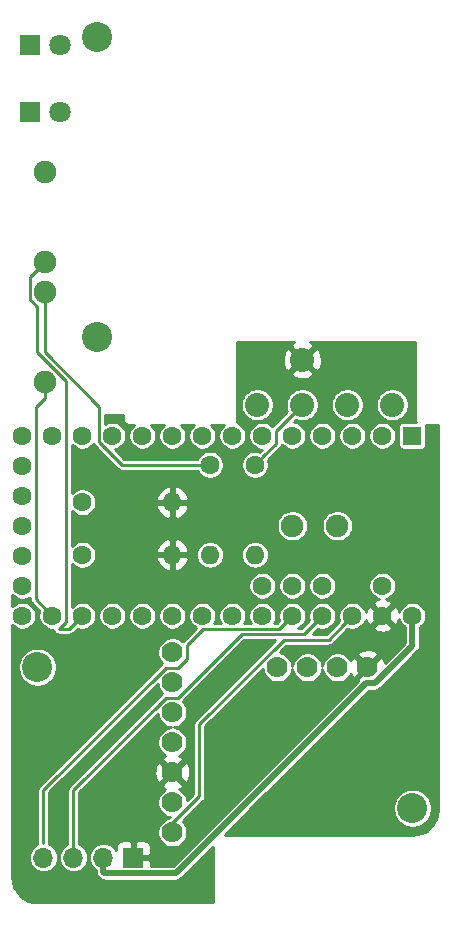
<source format=gbr>
G04 #@! TF.GenerationSoftware,KiCad,Pcbnew,(5.1.2)-2*
G04 #@! TF.CreationDate,2020-04-13T12:01:29-04:00*
G04 #@! TF.ProjectId,TeensyLC_DRV8871_MPRLS_Qwiic_v01,5465656e-7379-44c4-935f-445256383837,rev?*
G04 #@! TF.SameCoordinates,Original*
G04 #@! TF.FileFunction,Copper,L2,Bot*
G04 #@! TF.FilePolarity,Positive*
%FSLAX46Y46*%
G04 Gerber Fmt 4.6, Leading zero omitted, Abs format (unit mm)*
G04 Created by KiCad (PCBNEW (5.1.2)-2) date 2020-04-13 12:01:29*
%MOMM*%
%LPD*%
G04 APERTURE LIST*
%ADD10C,2.540000*%
%ADD11C,1.778000*%
%ADD12C,1.600000*%
%ADD13C,1.900000*%
%ADD14R,1.600000X1.600000*%
%ADD15C,1.905000*%
%ADD16R,1.800000X1.800000*%
%ADD17C,1.800000*%
%ADD18O,1.600000X1.600000*%
%ADD19C,2.032000*%
%ADD20O,1.700000X1.700000*%
%ADD21R,1.700000X1.700000*%
%ADD22C,0.250000*%
%ADD23C,0.508000*%
%ADD24C,0.254000*%
G04 APERTURE END LIST*
D10*
X59690000Y-65278000D03*
X33020000Y0D03*
X33020000Y-25400000D03*
X27940000Y-53340000D03*
D11*
X48260000Y-53340000D03*
X50800000Y-53340000D03*
X53340000Y-53340000D03*
X55880000Y-53340000D03*
D12*
X26670000Y-46430001D03*
X26670000Y-36270001D03*
X26670000Y-33730001D03*
X46990000Y-48970001D03*
X54610000Y-48970001D03*
X57150000Y-46430001D03*
X26670000Y-43890001D03*
X49530000Y-46430001D03*
X57150000Y-48970001D03*
X46990000Y-46430001D03*
X39370000Y-48970001D03*
X29210000Y-48970001D03*
X31750000Y-48970001D03*
X49530000Y-48970001D03*
X52070000Y-48970001D03*
X29210000Y-33730001D03*
X31750000Y-33730001D03*
X59690000Y-48970001D03*
X26670000Y-48970001D03*
X26670000Y-41350001D03*
X26670000Y-38810001D03*
X36830000Y-48970001D03*
X34290000Y-48970001D03*
X41910000Y-48970001D03*
X44450000Y-48970001D03*
X52070000Y-46430001D03*
X49530000Y-33730001D03*
X36830000Y-33730001D03*
X34290000Y-33730001D03*
D13*
X53340000Y-41350001D03*
D12*
X57150000Y-33730001D03*
X52070000Y-33730001D03*
X46990000Y-33730001D03*
X54610000Y-33730001D03*
X41910000Y-33730001D03*
D14*
X59690000Y-33730001D03*
D12*
X39370000Y-33730001D03*
X44450000Y-33730001D03*
D13*
X49530000Y-41350001D03*
D15*
X28575000Y-11430000D03*
X28575000Y-19050000D03*
X28575000Y-21590000D03*
X28575000Y-29210000D03*
D16*
X27305000Y-635000D03*
D17*
X29845000Y-635000D03*
X29845000Y-6350000D03*
D16*
X27305000Y-6350000D03*
D18*
X39370000Y-39370000D03*
D12*
X31750000Y-39370000D03*
X31750000Y-43815000D03*
D18*
X39370000Y-43815000D03*
D12*
X46355000Y-36195000D03*
D18*
X46355000Y-43815000D03*
X42545000Y-43815000D03*
D12*
X42545000Y-36195000D03*
D19*
X46545500Y-31115000D03*
X50355500Y-31115000D03*
X54165500Y-31115000D03*
X57975500Y-31115000D03*
X50355500Y-27305000D03*
D11*
X39370000Y-67310000D03*
X39370000Y-64770000D03*
X39370000Y-62230000D03*
X39370000Y-59690000D03*
X39370000Y-57150000D03*
X39370000Y-54610000D03*
X39370000Y-52070000D03*
D20*
X30990000Y-69460000D03*
D21*
X36070000Y-69460000D03*
D20*
X28450000Y-69460000D03*
X33530000Y-69460000D03*
D22*
X41413630Y-36195000D02*
X42545000Y-36195000D01*
X35089997Y-36195000D02*
X41413630Y-36195000D01*
X33164999Y-34270002D02*
X35089997Y-36195000D01*
X33164999Y-31272887D02*
X33164999Y-34270002D01*
X28575000Y-26682888D02*
X33164999Y-31272887D01*
X28575000Y-21590000D02*
X28575000Y-26682888D01*
X47154999Y-35395001D02*
X46355000Y-36195000D01*
X48115001Y-34434999D02*
X47154999Y-35395001D01*
X48115001Y-33355499D02*
X48115001Y-34434999D01*
X50355500Y-31115000D02*
X48115001Y-33355499D01*
X39370000Y-66566722D02*
X41656000Y-64280722D01*
X39370000Y-67310000D02*
X39370000Y-66566722D01*
X53810001Y-49770000D02*
X54610000Y-48970001D01*
X52584979Y-50995022D02*
X53810001Y-49770000D01*
X48808256Y-50995022D02*
X52584979Y-50995022D01*
X41656000Y-58147278D02*
X48808256Y-50995022D01*
X41656000Y-64280722D02*
X41656000Y-58147278D01*
X30335001Y-29079299D02*
X27925702Y-26670000D01*
X30335001Y-49510002D02*
X30335001Y-29079299D01*
X29750001Y-50095002D02*
X30335001Y-49510002D01*
X31750000Y-48970001D02*
X30624999Y-50095002D01*
X30624999Y-50095002D02*
X29750001Y-50095002D01*
X27622501Y-20002499D02*
X28575000Y-19050000D01*
X27297499Y-20327501D02*
X27622501Y-20002499D01*
X27297499Y-22203201D02*
X27297499Y-20327501D01*
X27925702Y-22831404D02*
X27297499Y-22203201D01*
X27925702Y-26670000D02*
X27925702Y-22831404D01*
X28575000Y-30557038D02*
X28575000Y-29210000D01*
X27795001Y-31337037D02*
X28575000Y-30557038D01*
X27795001Y-47555002D02*
X27795001Y-31337037D01*
X29210000Y-48970001D02*
X27795001Y-47555002D01*
X48404999Y-50095002D02*
X41979998Y-50095002D01*
X49530000Y-48970001D02*
X48404999Y-50095002D01*
X28450000Y-68255952D02*
X28435528Y-68249958D01*
X40584001Y-51490999D02*
X40584001Y-52652721D01*
X41979998Y-50095002D02*
X40584001Y-51490999D01*
X40584001Y-52652721D02*
X39840723Y-53395999D01*
X39840723Y-53395999D02*
X38787279Y-53395999D01*
X38787279Y-53395999D02*
X28450000Y-63733278D01*
X28450000Y-63733278D02*
X28450000Y-68255952D01*
X30990000Y-63733278D02*
X30990000Y-68257919D01*
X38787279Y-55935999D02*
X30990000Y-63733278D01*
X39840723Y-55935999D02*
X38787279Y-55935999D01*
X30990000Y-68257919D02*
X30990000Y-69460000D01*
X45231710Y-50545012D02*
X39840723Y-55935999D01*
X50494989Y-50545012D02*
X45231710Y-50545012D01*
X52070000Y-48970001D02*
X50494989Y-50545012D01*
D23*
X59690000Y-50101371D02*
X59690000Y-48970001D01*
X59690000Y-51517642D02*
X59690000Y-50101371D01*
X56524641Y-54683001D02*
X59690000Y-51517642D01*
X55764577Y-54683001D02*
X56524641Y-54683001D01*
X39683577Y-70764001D02*
X55764577Y-54683001D01*
X33631920Y-70764001D02*
X39683577Y-70764001D01*
X33530000Y-70662081D02*
X33631920Y-70764001D01*
X33530000Y-69460000D02*
X33530000Y-70662081D01*
D24*
G36*
X49485978Y-25892140D02*
G01*
X49388282Y-26158177D01*
X50355500Y-27125395D01*
X51322718Y-26158177D01*
X51225022Y-25892140D01*
X51048288Y-25806000D01*
X59919001Y-25806000D01*
X59919000Y-32365059D01*
X59917036Y-32385000D01*
X59924875Y-32464590D01*
X59948090Y-32541121D01*
X59951317Y-32547158D01*
X58890000Y-32547158D01*
X58815311Y-32554514D01*
X58743492Y-32576300D01*
X58677304Y-32611679D01*
X58619289Y-32659290D01*
X58571678Y-32717305D01*
X58536299Y-32783493D01*
X58514513Y-32855312D01*
X58507157Y-32930001D01*
X58507157Y-34530001D01*
X58514513Y-34604690D01*
X58536299Y-34676509D01*
X58571678Y-34742697D01*
X58619289Y-34800712D01*
X58677304Y-34848323D01*
X58743492Y-34883702D01*
X58815311Y-34905488D01*
X58890000Y-34912844D01*
X60490000Y-34912844D01*
X60564689Y-34905488D01*
X60636508Y-34883702D01*
X60702696Y-34848323D01*
X60760711Y-34800712D01*
X60808322Y-34742697D01*
X60843701Y-34676509D01*
X60865487Y-34604690D01*
X60872843Y-34530001D01*
X60872843Y-32930001D01*
X60865487Y-32855312D01*
X60845978Y-32791000D01*
X61824000Y-32791000D01*
X61824001Y-65385136D01*
X61781449Y-65819115D01*
X61661181Y-66217464D01*
X61465831Y-66584862D01*
X61202845Y-66907315D01*
X60882226Y-67172554D01*
X60516204Y-67370461D01*
X60118708Y-67493506D01*
X59685863Y-67539000D01*
X43806602Y-67539000D01*
X46230211Y-65115391D01*
X58039000Y-65115391D01*
X58039000Y-65440609D01*
X58102447Y-65759579D01*
X58226903Y-66060042D01*
X58407585Y-66330451D01*
X58637549Y-66560415D01*
X58907958Y-66741097D01*
X59208421Y-66865553D01*
X59527391Y-66929000D01*
X59852609Y-66929000D01*
X60171579Y-66865553D01*
X60472042Y-66741097D01*
X60742451Y-66560415D01*
X60972415Y-66330451D01*
X61153097Y-66060042D01*
X61277553Y-65759579D01*
X61341000Y-65440609D01*
X61341000Y-65115391D01*
X61277553Y-64796421D01*
X61153097Y-64495958D01*
X60972415Y-64225549D01*
X60742451Y-63995585D01*
X60472042Y-63814903D01*
X60171579Y-63690447D01*
X59852609Y-63627000D01*
X59527391Y-63627000D01*
X59208421Y-63690447D01*
X58907958Y-63814903D01*
X58637549Y-63995585D01*
X58407585Y-64225549D01*
X58226903Y-64495958D01*
X58102447Y-64796421D01*
X58039000Y-65115391D01*
X46230211Y-65115391D01*
X56027602Y-55318001D01*
X56493460Y-55318001D01*
X56524641Y-55321072D01*
X56555822Y-55318001D01*
X56555833Y-55318001D01*
X56649123Y-55308813D01*
X56768821Y-55272503D01*
X56879135Y-55213538D01*
X56975826Y-55134186D01*
X56995715Y-55109951D01*
X60116962Y-51988706D01*
X60141185Y-51968827D01*
X60161065Y-51944603D01*
X60161069Y-51944599D01*
X60220538Y-51872136D01*
X60279502Y-51761822D01*
X60301592Y-51689000D01*
X60315812Y-51642124D01*
X60325000Y-51548834D01*
X60325000Y-51548831D01*
X60328072Y-51517642D01*
X60325000Y-51486453D01*
X60325000Y-49966083D01*
X60442843Y-49887343D01*
X60607342Y-49722844D01*
X60736588Y-49529414D01*
X60825614Y-49314486D01*
X60871000Y-49086319D01*
X60871000Y-48853683D01*
X60825614Y-48625516D01*
X60736588Y-48410588D01*
X60607342Y-48217158D01*
X60442843Y-48052659D01*
X60249413Y-47923413D01*
X60034485Y-47834387D01*
X59806318Y-47789001D01*
X59573682Y-47789001D01*
X59345515Y-47834387D01*
X59130587Y-47923413D01*
X58937157Y-48052659D01*
X58772658Y-48217158D01*
X58643412Y-48410588D01*
X58554386Y-48625516D01*
X58551657Y-48639238D01*
X58548787Y-48619871D01*
X58453603Y-48353709D01*
X58386671Y-48228487D01*
X58142702Y-48156904D01*
X57329605Y-48970001D01*
X58142702Y-49783098D01*
X58386671Y-49711515D01*
X58507571Y-49456005D01*
X58549368Y-49289260D01*
X58554386Y-49314486D01*
X58643412Y-49529414D01*
X58772658Y-49722844D01*
X58937157Y-49887343D01*
X59055000Y-49966083D01*
X59055000Y-50132562D01*
X59055001Y-50132572D01*
X59055000Y-51254616D01*
X57358684Y-52950933D01*
X57267816Y-52692641D01*
X57189289Y-52545727D01*
X56936231Y-52463374D01*
X56059605Y-53340000D01*
X56073748Y-53354143D01*
X55894143Y-53533748D01*
X55880000Y-53519605D01*
X55003374Y-54396231D01*
X55040191Y-54509362D01*
X39420553Y-70129001D01*
X37557087Y-70129001D01*
X37555000Y-69745750D01*
X37396250Y-69587000D01*
X36197000Y-69587000D01*
X36197000Y-69607000D01*
X35943000Y-69607000D01*
X35943000Y-69587000D01*
X35923000Y-69587000D01*
X35923000Y-69333000D01*
X35943000Y-69333000D01*
X35943000Y-68133750D01*
X36197000Y-68133750D01*
X36197000Y-69333000D01*
X37396250Y-69333000D01*
X37555000Y-69174250D01*
X37558072Y-68610000D01*
X37545812Y-68485518D01*
X37509502Y-68365820D01*
X37450537Y-68255506D01*
X37371185Y-68158815D01*
X37274494Y-68079463D01*
X37164180Y-68020498D01*
X37044482Y-67984188D01*
X36920000Y-67971928D01*
X36355750Y-67975000D01*
X36197000Y-68133750D01*
X35943000Y-68133750D01*
X35784250Y-67975000D01*
X35220000Y-67971928D01*
X35095518Y-67984188D01*
X34975820Y-68020498D01*
X34865506Y-68079463D01*
X34768815Y-68158815D01*
X34689463Y-68255506D01*
X34630498Y-68365820D01*
X34594188Y-68485518D01*
X34581928Y-68610000D01*
X34583065Y-68818758D01*
X34558491Y-68772784D01*
X34404660Y-68585340D01*
X34217216Y-68431509D01*
X34003363Y-68317202D01*
X33771318Y-68246812D01*
X33590472Y-68229000D01*
X33469528Y-68229000D01*
X33288682Y-68246812D01*
X33056637Y-68317202D01*
X32842784Y-68431509D01*
X32655340Y-68585340D01*
X32501509Y-68772784D01*
X32387202Y-68986637D01*
X32316812Y-69218682D01*
X32293044Y-69460000D01*
X32316812Y-69701318D01*
X32387202Y-69933363D01*
X32501509Y-70147216D01*
X32655340Y-70334660D01*
X32842784Y-70488491D01*
X32895001Y-70516402D01*
X32895001Y-70630890D01*
X32891929Y-70662081D01*
X32895001Y-70693272D01*
X32895001Y-70693273D01*
X32900496Y-70749061D01*
X32904189Y-70786562D01*
X32940498Y-70906260D01*
X32994977Y-71008181D01*
X32999464Y-71016575D01*
X33078816Y-71113266D01*
X33103044Y-71133150D01*
X33160849Y-71190954D01*
X33180735Y-71215186D01*
X33204963Y-71235069D01*
X33204964Y-71235070D01*
X33277427Y-71294539D01*
X33317784Y-71316110D01*
X33387740Y-71353503D01*
X33507438Y-71389813D01*
X33600728Y-71399001D01*
X33600731Y-71399001D01*
X33631920Y-71402073D01*
X33663109Y-71399001D01*
X39652396Y-71399001D01*
X39683577Y-71402072D01*
X39714758Y-71399001D01*
X39714769Y-71399001D01*
X39808059Y-71389813D01*
X39927757Y-71353503D01*
X40038071Y-71294538D01*
X40134762Y-71215186D01*
X40154651Y-71190951D01*
X42774001Y-68571601D01*
X42774000Y-73254000D01*
X27959854Y-73254000D01*
X27525885Y-73211449D01*
X27127536Y-73091181D01*
X26760138Y-72895831D01*
X26437685Y-72632845D01*
X26172446Y-72312226D01*
X25974539Y-71946204D01*
X25851494Y-71548708D01*
X25806000Y-71115863D01*
X25806000Y-69460000D01*
X27213044Y-69460000D01*
X27236812Y-69701318D01*
X27307202Y-69933363D01*
X27421509Y-70147216D01*
X27575340Y-70334660D01*
X27762784Y-70488491D01*
X27976637Y-70602798D01*
X28208682Y-70673188D01*
X28389528Y-70691000D01*
X28510472Y-70691000D01*
X28691318Y-70673188D01*
X28923363Y-70602798D01*
X29137216Y-70488491D01*
X29324660Y-70334660D01*
X29478491Y-70147216D01*
X29592798Y-69933363D01*
X29663188Y-69701318D01*
X29686956Y-69460000D01*
X29663188Y-69218682D01*
X29592798Y-68986637D01*
X29478491Y-68772784D01*
X29324660Y-68585340D01*
X29137216Y-68431509D01*
X28950962Y-68331954D01*
X28953905Y-68302075D01*
X28956000Y-68280806D01*
X28956000Y-68280795D01*
X28958448Y-68255936D01*
X28956000Y-68231090D01*
X28956000Y-63942869D01*
X38110583Y-54788287D01*
X38148805Y-54980445D01*
X38244541Y-55211571D01*
X38383527Y-55419578D01*
X38489635Y-55525686D01*
X38427752Y-55576472D01*
X38411908Y-55595778D01*
X30649785Y-63357902D01*
X30630473Y-63373751D01*
X30567241Y-63450799D01*
X30520255Y-63538704D01*
X30491322Y-63634086D01*
X30484000Y-63708425D01*
X30484000Y-63708432D01*
X30481553Y-63733278D01*
X30484000Y-63758124D01*
X30484001Y-68233056D01*
X30484000Y-68233066D01*
X30484000Y-68334647D01*
X30302784Y-68431509D01*
X30115340Y-68585340D01*
X29961509Y-68772784D01*
X29847202Y-68986637D01*
X29776812Y-69218682D01*
X29753044Y-69460000D01*
X29776812Y-69701318D01*
X29847202Y-69933363D01*
X29961509Y-70147216D01*
X30115340Y-70334660D01*
X30302784Y-70488491D01*
X30516637Y-70602798D01*
X30748682Y-70673188D01*
X30929528Y-70691000D01*
X31050472Y-70691000D01*
X31231318Y-70673188D01*
X31463363Y-70602798D01*
X31677216Y-70488491D01*
X31864660Y-70334660D01*
X32018491Y-70147216D01*
X32132798Y-69933363D01*
X32203188Y-69701318D01*
X32226956Y-69460000D01*
X32203188Y-69218682D01*
X32132798Y-68986637D01*
X32018491Y-68772784D01*
X31864660Y-68585340D01*
X31677216Y-68431509D01*
X31496000Y-68334647D01*
X31496000Y-63942869D01*
X33141881Y-62296988D01*
X37840092Y-62296988D01*
X37882557Y-62594171D01*
X37982184Y-62877359D01*
X38060711Y-63024273D01*
X38313769Y-63106626D01*
X39190395Y-62230000D01*
X39549605Y-62230000D01*
X40426231Y-63106626D01*
X40679289Y-63024273D01*
X40809086Y-62753582D01*
X40883580Y-62462770D01*
X40899908Y-62163012D01*
X40857443Y-61865829D01*
X40757816Y-61582641D01*
X40679289Y-61435727D01*
X40426231Y-61353374D01*
X39549605Y-62230000D01*
X39190395Y-62230000D01*
X38313769Y-61353374D01*
X38060711Y-61435727D01*
X37930914Y-61706418D01*
X37856420Y-61997230D01*
X37840092Y-62296988D01*
X33141881Y-62296988D01*
X38110583Y-57328287D01*
X38148805Y-57520445D01*
X38244541Y-57751571D01*
X38383527Y-57959578D01*
X38560422Y-58136473D01*
X38768429Y-58275459D01*
X38999555Y-58371195D01*
X39244916Y-58420000D01*
X38999555Y-58468805D01*
X38768429Y-58564541D01*
X38560422Y-58703527D01*
X38383527Y-58880422D01*
X38244541Y-59088429D01*
X38148805Y-59319555D01*
X38100000Y-59564916D01*
X38100000Y-59815084D01*
X38148805Y-60060445D01*
X38244541Y-60291571D01*
X38383527Y-60499578D01*
X38560422Y-60676473D01*
X38768429Y-60815459D01*
X38782288Y-60821200D01*
X38722641Y-60842184D01*
X38575727Y-60920711D01*
X38493374Y-61173769D01*
X39370000Y-62050395D01*
X40246626Y-61173769D01*
X40164273Y-60920711D01*
X39957192Y-60821415D01*
X39971571Y-60815459D01*
X40179578Y-60676473D01*
X40356473Y-60499578D01*
X40495459Y-60291571D01*
X40591195Y-60060445D01*
X40640000Y-59815084D01*
X40640000Y-59564916D01*
X40591195Y-59319555D01*
X40495459Y-59088429D01*
X40356473Y-58880422D01*
X40179578Y-58703527D01*
X39971571Y-58564541D01*
X39740445Y-58468805D01*
X39495084Y-58420000D01*
X39740445Y-58371195D01*
X39971571Y-58275459D01*
X40179578Y-58136473D01*
X40356473Y-57959578D01*
X40495459Y-57751571D01*
X40591195Y-57520445D01*
X40640000Y-57275084D01*
X40640000Y-57024916D01*
X40591195Y-56779555D01*
X40495459Y-56548429D01*
X40356473Y-56340422D01*
X40254182Y-56238131D01*
X45441302Y-51051012D01*
X48036674Y-51051012D01*
X41315781Y-57771906D01*
X41296474Y-57787751D01*
X41233242Y-57864799D01*
X41208127Y-57911786D01*
X41186255Y-57952704D01*
X41157322Y-58048086D01*
X41147553Y-58147278D01*
X41150001Y-58172134D01*
X41150000Y-64071130D01*
X40629417Y-64591713D01*
X40591195Y-64399555D01*
X40495459Y-64168429D01*
X40356473Y-63960422D01*
X40179578Y-63783527D01*
X39971571Y-63644541D01*
X39957712Y-63638800D01*
X40017359Y-63617816D01*
X40164273Y-63539289D01*
X40246626Y-63286231D01*
X39370000Y-62409605D01*
X38493374Y-63286231D01*
X38575727Y-63539289D01*
X38782808Y-63638585D01*
X38768429Y-63644541D01*
X38560422Y-63783527D01*
X38383527Y-63960422D01*
X38244541Y-64168429D01*
X38148805Y-64399555D01*
X38100000Y-64644916D01*
X38100000Y-64895084D01*
X38148805Y-65140445D01*
X38244541Y-65371571D01*
X38383527Y-65579578D01*
X38560422Y-65756473D01*
X38768429Y-65895459D01*
X38999555Y-65991195D01*
X39191713Y-66029417D01*
X39165293Y-66055838D01*
X38999555Y-66088805D01*
X38768429Y-66184541D01*
X38560422Y-66323527D01*
X38383527Y-66500422D01*
X38244541Y-66708429D01*
X38148805Y-66939555D01*
X38100000Y-67184916D01*
X38100000Y-67435084D01*
X38148805Y-67680445D01*
X38244541Y-67911571D01*
X38383527Y-68119578D01*
X38560422Y-68296473D01*
X38768429Y-68435459D01*
X38999555Y-68531195D01*
X39244916Y-68580000D01*
X39495084Y-68580000D01*
X39740445Y-68531195D01*
X39971571Y-68435459D01*
X40179578Y-68296473D01*
X40356473Y-68119578D01*
X40495459Y-67911571D01*
X40591195Y-67680445D01*
X40640000Y-67435084D01*
X40640000Y-67184916D01*
X40591195Y-66939555D01*
X40495459Y-66708429D01*
X40356473Y-66500422D01*
X40254182Y-66398131D01*
X41996220Y-64656094D01*
X42015527Y-64640249D01*
X42078759Y-64563201D01*
X42125745Y-64475297D01*
X42140074Y-64428060D01*
X42154678Y-64379916D01*
X42155652Y-64370028D01*
X42162000Y-64305576D01*
X42162000Y-64305569D01*
X42164447Y-64280723D01*
X42162000Y-64255877D01*
X42162000Y-58356869D01*
X47000583Y-53518287D01*
X47038805Y-53710445D01*
X47134541Y-53941571D01*
X47273527Y-54149578D01*
X47450422Y-54326473D01*
X47658429Y-54465459D01*
X47889555Y-54561195D01*
X48134916Y-54610000D01*
X48385084Y-54610000D01*
X48630445Y-54561195D01*
X48861571Y-54465459D01*
X49069578Y-54326473D01*
X49246473Y-54149578D01*
X49385459Y-53941571D01*
X49481195Y-53710445D01*
X49530000Y-53465084D01*
X49578805Y-53710445D01*
X49674541Y-53941571D01*
X49813527Y-54149578D01*
X49990422Y-54326473D01*
X50198429Y-54465459D01*
X50429555Y-54561195D01*
X50674916Y-54610000D01*
X50925084Y-54610000D01*
X51170445Y-54561195D01*
X51401571Y-54465459D01*
X51609578Y-54326473D01*
X51786473Y-54149578D01*
X51925459Y-53941571D01*
X52021195Y-53710445D01*
X52070000Y-53465084D01*
X52118805Y-53710445D01*
X52214541Y-53941571D01*
X52353527Y-54149578D01*
X52530422Y-54326473D01*
X52738429Y-54465459D01*
X52969555Y-54561195D01*
X53214916Y-54610000D01*
X53465084Y-54610000D01*
X53710445Y-54561195D01*
X53941571Y-54465459D01*
X54149578Y-54326473D01*
X54326473Y-54149578D01*
X54465459Y-53941571D01*
X54471200Y-53927712D01*
X54492184Y-53987359D01*
X54570711Y-54134273D01*
X54823769Y-54216626D01*
X55700395Y-53340000D01*
X54823769Y-52463374D01*
X54570711Y-52545727D01*
X54471415Y-52752808D01*
X54465459Y-52738429D01*
X54326473Y-52530422D01*
X54149578Y-52353527D01*
X54045178Y-52283769D01*
X55003374Y-52283769D01*
X55880000Y-53160395D01*
X56756626Y-52283769D01*
X56674273Y-52030711D01*
X56403582Y-51900914D01*
X56112770Y-51826420D01*
X55813012Y-51810092D01*
X55515829Y-51852557D01*
X55232641Y-51952184D01*
X55085727Y-52030711D01*
X55003374Y-52283769D01*
X54045178Y-52283769D01*
X53941571Y-52214541D01*
X53710445Y-52118805D01*
X53465084Y-52070000D01*
X53214916Y-52070000D01*
X52969555Y-52118805D01*
X52738429Y-52214541D01*
X52530422Y-52353527D01*
X52353527Y-52530422D01*
X52214541Y-52738429D01*
X52118805Y-52969555D01*
X52070000Y-53214916D01*
X52021195Y-52969555D01*
X51925459Y-52738429D01*
X51786473Y-52530422D01*
X51609578Y-52353527D01*
X51401571Y-52214541D01*
X51170445Y-52118805D01*
X50925084Y-52070000D01*
X50674916Y-52070000D01*
X50429555Y-52118805D01*
X50198429Y-52214541D01*
X49990422Y-52353527D01*
X49813527Y-52530422D01*
X49674541Y-52738429D01*
X49578805Y-52969555D01*
X49530000Y-53214916D01*
X49481195Y-52969555D01*
X49385459Y-52738429D01*
X49246473Y-52530422D01*
X49069578Y-52353527D01*
X48861571Y-52214541D01*
X48630445Y-52118805D01*
X48438287Y-52080583D01*
X49017848Y-51501022D01*
X52560133Y-51501022D01*
X52584979Y-51503469D01*
X52609825Y-51501022D01*
X52609833Y-51501022D01*
X52684172Y-51493700D01*
X52779554Y-51464767D01*
X52867458Y-51417781D01*
X52944506Y-51354549D01*
X52960355Y-51335237D01*
X54185371Y-50110222D01*
X54185375Y-50110217D01*
X54212102Y-50083490D01*
X54265515Y-50105615D01*
X54493682Y-50151001D01*
X54726318Y-50151001D01*
X54954485Y-50105615D01*
X55169413Y-50016589D01*
X55250058Y-49962703D01*
X56336903Y-49962703D01*
X56408486Y-50206672D01*
X56663996Y-50327572D01*
X56938184Y-50396301D01*
X57220512Y-50410218D01*
X57500130Y-50368788D01*
X57766292Y-50273604D01*
X57891514Y-50206672D01*
X57963097Y-49962703D01*
X57150000Y-49149606D01*
X56336903Y-49962703D01*
X55250058Y-49962703D01*
X55362843Y-49887343D01*
X55527342Y-49722844D01*
X55656588Y-49529414D01*
X55745614Y-49314486D01*
X55748343Y-49300764D01*
X55751213Y-49320131D01*
X55846397Y-49586293D01*
X55913329Y-49711515D01*
X56157298Y-49783098D01*
X56970395Y-48970001D01*
X56157298Y-48156904D01*
X55913329Y-48228487D01*
X55792429Y-48483997D01*
X55750632Y-48650742D01*
X55745614Y-48625516D01*
X55656588Y-48410588D01*
X55527342Y-48217158D01*
X55362843Y-48052659D01*
X55169413Y-47923413D01*
X54954485Y-47834387D01*
X54726318Y-47789001D01*
X54493682Y-47789001D01*
X54265515Y-47834387D01*
X54050587Y-47923413D01*
X53857157Y-48052659D01*
X53692658Y-48217158D01*
X53563412Y-48410588D01*
X53474386Y-48625516D01*
X53429000Y-48853683D01*
X53429000Y-49086319D01*
X53474386Y-49314486D01*
X53496511Y-49367899D01*
X53469784Y-49394626D01*
X53469779Y-49394630D01*
X52375388Y-50489022D01*
X51266570Y-50489022D01*
X51672102Y-50083491D01*
X51725515Y-50105615D01*
X51953682Y-50151001D01*
X52186318Y-50151001D01*
X52414485Y-50105615D01*
X52629413Y-50016589D01*
X52822843Y-49887343D01*
X52987342Y-49722844D01*
X53116588Y-49529414D01*
X53205614Y-49314486D01*
X53251000Y-49086319D01*
X53251000Y-48853683D01*
X53205614Y-48625516D01*
X53116588Y-48410588D01*
X52987342Y-48217158D01*
X52822843Y-48052659D01*
X52629413Y-47923413D01*
X52414485Y-47834387D01*
X52186318Y-47789001D01*
X51953682Y-47789001D01*
X51725515Y-47834387D01*
X51510587Y-47923413D01*
X51317157Y-48052659D01*
X51152658Y-48217158D01*
X51023412Y-48410588D01*
X50934386Y-48625516D01*
X50889000Y-48853683D01*
X50889000Y-49086319D01*
X50934386Y-49314486D01*
X50956510Y-49367899D01*
X50285398Y-50039012D01*
X50035279Y-50039012D01*
X50089413Y-50016589D01*
X50282843Y-49887343D01*
X50447342Y-49722844D01*
X50576588Y-49529414D01*
X50665614Y-49314486D01*
X50711000Y-49086319D01*
X50711000Y-48853683D01*
X50665614Y-48625516D01*
X50576588Y-48410588D01*
X50447342Y-48217158D01*
X50282843Y-48052659D01*
X50089413Y-47923413D01*
X49874485Y-47834387D01*
X49646318Y-47789001D01*
X49413682Y-47789001D01*
X49185515Y-47834387D01*
X48970587Y-47923413D01*
X48777157Y-48052659D01*
X48612658Y-48217158D01*
X48483412Y-48410588D01*
X48394386Y-48625516D01*
X48349000Y-48853683D01*
X48349000Y-49086319D01*
X48394386Y-49314486D01*
X48416510Y-49367899D01*
X48195408Y-49589002D01*
X47996773Y-49589002D01*
X48036588Y-49529414D01*
X48125614Y-49314486D01*
X48171000Y-49086319D01*
X48171000Y-48853683D01*
X48125614Y-48625516D01*
X48036588Y-48410588D01*
X47907342Y-48217158D01*
X47742843Y-48052659D01*
X47549413Y-47923413D01*
X47334485Y-47834387D01*
X47106318Y-47789001D01*
X46873682Y-47789001D01*
X46645515Y-47834387D01*
X46430587Y-47923413D01*
X46237157Y-48052659D01*
X46072658Y-48217158D01*
X45943412Y-48410588D01*
X45854386Y-48625516D01*
X45809000Y-48853683D01*
X45809000Y-49086319D01*
X45854386Y-49314486D01*
X45943412Y-49529414D01*
X45983227Y-49589002D01*
X45456773Y-49589002D01*
X45496588Y-49529414D01*
X45585614Y-49314486D01*
X45631000Y-49086319D01*
X45631000Y-48853683D01*
X45585614Y-48625516D01*
X45496588Y-48410588D01*
X45367342Y-48217158D01*
X45202843Y-48052659D01*
X45009413Y-47923413D01*
X44794485Y-47834387D01*
X44566318Y-47789001D01*
X44333682Y-47789001D01*
X44105515Y-47834387D01*
X43890587Y-47923413D01*
X43697157Y-48052659D01*
X43532658Y-48217158D01*
X43403412Y-48410588D01*
X43314386Y-48625516D01*
X43269000Y-48853683D01*
X43269000Y-49086319D01*
X43314386Y-49314486D01*
X43403412Y-49529414D01*
X43443227Y-49589002D01*
X42916773Y-49589002D01*
X42956588Y-49529414D01*
X43045614Y-49314486D01*
X43091000Y-49086319D01*
X43091000Y-48853683D01*
X43045614Y-48625516D01*
X42956588Y-48410588D01*
X42827342Y-48217158D01*
X42662843Y-48052659D01*
X42469413Y-47923413D01*
X42254485Y-47834387D01*
X42026318Y-47789001D01*
X41793682Y-47789001D01*
X41565515Y-47834387D01*
X41350587Y-47923413D01*
X41157157Y-48052659D01*
X40992658Y-48217158D01*
X40863412Y-48410588D01*
X40774386Y-48625516D01*
X40729000Y-48853683D01*
X40729000Y-49086319D01*
X40774386Y-49314486D01*
X40863412Y-49529414D01*
X40992658Y-49722844D01*
X41157157Y-49887343D01*
X41345931Y-50013478D01*
X40243786Y-51115623D01*
X40226149Y-51130098D01*
X40179578Y-51083527D01*
X39971571Y-50944541D01*
X39740445Y-50848805D01*
X39495084Y-50800000D01*
X39244916Y-50800000D01*
X38999555Y-50848805D01*
X38768429Y-50944541D01*
X38560422Y-51083527D01*
X38383527Y-51260422D01*
X38244541Y-51468429D01*
X38148805Y-51699555D01*
X38100000Y-51944916D01*
X38100000Y-52195084D01*
X38148805Y-52440445D01*
X38244541Y-52671571D01*
X38383527Y-52879578D01*
X38489635Y-52985686D01*
X38427752Y-53036472D01*
X38411908Y-53055778D01*
X28109785Y-63357902D01*
X28090473Y-63373751D01*
X28027241Y-63450799D01*
X27980255Y-63538704D01*
X27951322Y-63634086D01*
X27944000Y-63708425D01*
X27944000Y-63708432D01*
X27941553Y-63733278D01*
X27944000Y-63758124D01*
X27944001Y-68127197D01*
X27936848Y-68150780D01*
X27927080Y-68249973D01*
X27935852Y-68339002D01*
X27762784Y-68431509D01*
X27575340Y-68585340D01*
X27421509Y-68772784D01*
X27307202Y-68986637D01*
X27236812Y-69218682D01*
X27213044Y-69460000D01*
X25806000Y-69460000D01*
X25806000Y-53177391D01*
X26289000Y-53177391D01*
X26289000Y-53502609D01*
X26352447Y-53821579D01*
X26476903Y-54122042D01*
X26657585Y-54392451D01*
X26887549Y-54622415D01*
X27157958Y-54803097D01*
X27458421Y-54927553D01*
X27777391Y-54991000D01*
X28102609Y-54991000D01*
X28421579Y-54927553D01*
X28722042Y-54803097D01*
X28992451Y-54622415D01*
X29222415Y-54392451D01*
X29403097Y-54122042D01*
X29527553Y-53821579D01*
X29591000Y-53502609D01*
X29591000Y-53177391D01*
X29527553Y-52858421D01*
X29403097Y-52557958D01*
X29222415Y-52287549D01*
X28992451Y-52057585D01*
X28722042Y-51876903D01*
X28421579Y-51752447D01*
X28102609Y-51689000D01*
X27777391Y-51689000D01*
X27458421Y-51752447D01*
X27157958Y-51876903D01*
X26887549Y-52057585D01*
X26657585Y-52287549D01*
X26476903Y-52557958D01*
X26352447Y-52858421D01*
X26289000Y-53177391D01*
X25806000Y-53177391D01*
X25806000Y-49776186D01*
X25917157Y-49887343D01*
X26110587Y-50016589D01*
X26325515Y-50105615D01*
X26553682Y-50151001D01*
X26786318Y-50151001D01*
X27014485Y-50105615D01*
X27229413Y-50016589D01*
X27422843Y-49887343D01*
X27587342Y-49722844D01*
X27716588Y-49529414D01*
X27805614Y-49314486D01*
X27851000Y-49086319D01*
X27851000Y-48853683D01*
X27805614Y-48625516D01*
X27716588Y-48410588D01*
X27587342Y-48217158D01*
X27422843Y-48052659D01*
X27229413Y-47923413D01*
X27014485Y-47834387D01*
X26786318Y-47789001D01*
X26553682Y-47789001D01*
X26325515Y-47834387D01*
X26110587Y-47923413D01*
X25917157Y-48052659D01*
X25806000Y-48163816D01*
X25806000Y-47236186D01*
X25917157Y-47347343D01*
X26110587Y-47476589D01*
X26325515Y-47565615D01*
X26553682Y-47611001D01*
X26786318Y-47611001D01*
X27014485Y-47565615D01*
X27229413Y-47476589D01*
X27289001Y-47436774D01*
X27289001Y-47530156D01*
X27286554Y-47555002D01*
X27289001Y-47579848D01*
X27289001Y-47579855D01*
X27296323Y-47654194D01*
X27325256Y-47749576D01*
X27372242Y-47837481D01*
X27435474Y-47914529D01*
X27454786Y-47930378D01*
X28096510Y-48572103D01*
X28074386Y-48625516D01*
X28029000Y-48853683D01*
X28029000Y-49086319D01*
X28074386Y-49314486D01*
X28163412Y-49529414D01*
X28292658Y-49722844D01*
X28457157Y-49887343D01*
X28650587Y-50016589D01*
X28865515Y-50105615D01*
X29093682Y-50151001D01*
X29247069Y-50151001D01*
X29251323Y-50194195D01*
X29280256Y-50289577D01*
X29327242Y-50377481D01*
X29390474Y-50454529D01*
X29467522Y-50517761D01*
X29555426Y-50564747D01*
X29650808Y-50593680D01*
X29725147Y-50601002D01*
X29725155Y-50601002D01*
X29750001Y-50603449D01*
X29774847Y-50601002D01*
X30600153Y-50601002D01*
X30624999Y-50603449D01*
X30649845Y-50601002D01*
X30649853Y-50601002D01*
X30724192Y-50593680D01*
X30819574Y-50564747D01*
X30907478Y-50517761D01*
X30984526Y-50454529D01*
X31000375Y-50435217D01*
X31352102Y-50083491D01*
X31405515Y-50105615D01*
X31633682Y-50151001D01*
X31866318Y-50151001D01*
X32094485Y-50105615D01*
X32309413Y-50016589D01*
X32502843Y-49887343D01*
X32667342Y-49722844D01*
X32796588Y-49529414D01*
X32885614Y-49314486D01*
X32931000Y-49086319D01*
X32931000Y-48853683D01*
X33109000Y-48853683D01*
X33109000Y-49086319D01*
X33154386Y-49314486D01*
X33243412Y-49529414D01*
X33372658Y-49722844D01*
X33537157Y-49887343D01*
X33730587Y-50016589D01*
X33945515Y-50105615D01*
X34173682Y-50151001D01*
X34406318Y-50151001D01*
X34634485Y-50105615D01*
X34849413Y-50016589D01*
X35042843Y-49887343D01*
X35207342Y-49722844D01*
X35336588Y-49529414D01*
X35425614Y-49314486D01*
X35471000Y-49086319D01*
X35471000Y-48853683D01*
X35649000Y-48853683D01*
X35649000Y-49086319D01*
X35694386Y-49314486D01*
X35783412Y-49529414D01*
X35912658Y-49722844D01*
X36077157Y-49887343D01*
X36270587Y-50016589D01*
X36485515Y-50105615D01*
X36713682Y-50151001D01*
X36946318Y-50151001D01*
X37174485Y-50105615D01*
X37389413Y-50016589D01*
X37582843Y-49887343D01*
X37747342Y-49722844D01*
X37876588Y-49529414D01*
X37965614Y-49314486D01*
X38011000Y-49086319D01*
X38011000Y-48853683D01*
X38189000Y-48853683D01*
X38189000Y-49086319D01*
X38234386Y-49314486D01*
X38323412Y-49529414D01*
X38452658Y-49722844D01*
X38617157Y-49887343D01*
X38810587Y-50016589D01*
X39025515Y-50105615D01*
X39253682Y-50151001D01*
X39486318Y-50151001D01*
X39714485Y-50105615D01*
X39929413Y-50016589D01*
X40122843Y-49887343D01*
X40287342Y-49722844D01*
X40416588Y-49529414D01*
X40505614Y-49314486D01*
X40551000Y-49086319D01*
X40551000Y-48853683D01*
X40505614Y-48625516D01*
X40416588Y-48410588D01*
X40287342Y-48217158D01*
X40122843Y-48052659D01*
X39929413Y-47923413D01*
X39714485Y-47834387D01*
X39486318Y-47789001D01*
X39253682Y-47789001D01*
X39025515Y-47834387D01*
X38810587Y-47923413D01*
X38617157Y-48052659D01*
X38452658Y-48217158D01*
X38323412Y-48410588D01*
X38234386Y-48625516D01*
X38189000Y-48853683D01*
X38011000Y-48853683D01*
X37965614Y-48625516D01*
X37876588Y-48410588D01*
X37747342Y-48217158D01*
X37582843Y-48052659D01*
X37389413Y-47923413D01*
X37174485Y-47834387D01*
X36946318Y-47789001D01*
X36713682Y-47789001D01*
X36485515Y-47834387D01*
X36270587Y-47923413D01*
X36077157Y-48052659D01*
X35912658Y-48217158D01*
X35783412Y-48410588D01*
X35694386Y-48625516D01*
X35649000Y-48853683D01*
X35471000Y-48853683D01*
X35425614Y-48625516D01*
X35336588Y-48410588D01*
X35207342Y-48217158D01*
X35042843Y-48052659D01*
X34849413Y-47923413D01*
X34634485Y-47834387D01*
X34406318Y-47789001D01*
X34173682Y-47789001D01*
X33945515Y-47834387D01*
X33730587Y-47923413D01*
X33537157Y-48052659D01*
X33372658Y-48217158D01*
X33243412Y-48410588D01*
X33154386Y-48625516D01*
X33109000Y-48853683D01*
X32931000Y-48853683D01*
X32885614Y-48625516D01*
X32796588Y-48410588D01*
X32667342Y-48217158D01*
X32502843Y-48052659D01*
X32309413Y-47923413D01*
X32094485Y-47834387D01*
X31866318Y-47789001D01*
X31633682Y-47789001D01*
X31405515Y-47834387D01*
X31190587Y-47923413D01*
X30997157Y-48052659D01*
X30841001Y-48208815D01*
X30841001Y-46313683D01*
X45809000Y-46313683D01*
X45809000Y-46546319D01*
X45854386Y-46774486D01*
X45943412Y-46989414D01*
X46072658Y-47182844D01*
X46237157Y-47347343D01*
X46430587Y-47476589D01*
X46645515Y-47565615D01*
X46873682Y-47611001D01*
X47106318Y-47611001D01*
X47334485Y-47565615D01*
X47549413Y-47476589D01*
X47742843Y-47347343D01*
X47907342Y-47182844D01*
X48036588Y-46989414D01*
X48125614Y-46774486D01*
X48171000Y-46546319D01*
X48171000Y-46313683D01*
X48349000Y-46313683D01*
X48349000Y-46546319D01*
X48394386Y-46774486D01*
X48483412Y-46989414D01*
X48612658Y-47182844D01*
X48777157Y-47347343D01*
X48970587Y-47476589D01*
X49185515Y-47565615D01*
X49413682Y-47611001D01*
X49646318Y-47611001D01*
X49874485Y-47565615D01*
X50089413Y-47476589D01*
X50282843Y-47347343D01*
X50447342Y-47182844D01*
X50576588Y-46989414D01*
X50665614Y-46774486D01*
X50711000Y-46546319D01*
X50711000Y-46313683D01*
X50889000Y-46313683D01*
X50889000Y-46546319D01*
X50934386Y-46774486D01*
X51023412Y-46989414D01*
X51152658Y-47182844D01*
X51317157Y-47347343D01*
X51510587Y-47476589D01*
X51725515Y-47565615D01*
X51953682Y-47611001D01*
X52186318Y-47611001D01*
X52414485Y-47565615D01*
X52629413Y-47476589D01*
X52822843Y-47347343D01*
X52987342Y-47182844D01*
X53116588Y-46989414D01*
X53205614Y-46774486D01*
X53251000Y-46546319D01*
X53251000Y-46313683D01*
X55969000Y-46313683D01*
X55969000Y-46546319D01*
X56014386Y-46774486D01*
X56103412Y-46989414D01*
X56232658Y-47182844D01*
X56397157Y-47347343D01*
X56590587Y-47476589D01*
X56805515Y-47565615D01*
X56819237Y-47568344D01*
X56799870Y-47571214D01*
X56533708Y-47666398D01*
X56408486Y-47733330D01*
X56336903Y-47977299D01*
X57150000Y-48790396D01*
X57963097Y-47977299D01*
X57891514Y-47733330D01*
X57636004Y-47612430D01*
X57469259Y-47570633D01*
X57494485Y-47565615D01*
X57709413Y-47476589D01*
X57902843Y-47347343D01*
X58067342Y-47182844D01*
X58196588Y-46989414D01*
X58285614Y-46774486D01*
X58331000Y-46546319D01*
X58331000Y-46313683D01*
X58285614Y-46085516D01*
X58196588Y-45870588D01*
X58067342Y-45677158D01*
X57902843Y-45512659D01*
X57709413Y-45383413D01*
X57494485Y-45294387D01*
X57266318Y-45249001D01*
X57033682Y-45249001D01*
X56805515Y-45294387D01*
X56590587Y-45383413D01*
X56397157Y-45512659D01*
X56232658Y-45677158D01*
X56103412Y-45870588D01*
X56014386Y-46085516D01*
X55969000Y-46313683D01*
X53251000Y-46313683D01*
X53205614Y-46085516D01*
X53116588Y-45870588D01*
X52987342Y-45677158D01*
X52822843Y-45512659D01*
X52629413Y-45383413D01*
X52414485Y-45294387D01*
X52186318Y-45249001D01*
X51953682Y-45249001D01*
X51725515Y-45294387D01*
X51510587Y-45383413D01*
X51317157Y-45512659D01*
X51152658Y-45677158D01*
X51023412Y-45870588D01*
X50934386Y-46085516D01*
X50889000Y-46313683D01*
X50711000Y-46313683D01*
X50665614Y-46085516D01*
X50576588Y-45870588D01*
X50447342Y-45677158D01*
X50282843Y-45512659D01*
X50089413Y-45383413D01*
X49874485Y-45294387D01*
X49646318Y-45249001D01*
X49413682Y-45249001D01*
X49185515Y-45294387D01*
X48970587Y-45383413D01*
X48777157Y-45512659D01*
X48612658Y-45677158D01*
X48483412Y-45870588D01*
X48394386Y-46085516D01*
X48349000Y-46313683D01*
X48171000Y-46313683D01*
X48125614Y-46085516D01*
X48036588Y-45870588D01*
X47907342Y-45677158D01*
X47742843Y-45512659D01*
X47549413Y-45383413D01*
X47334485Y-45294387D01*
X47106318Y-45249001D01*
X46873682Y-45249001D01*
X46645515Y-45294387D01*
X46430587Y-45383413D01*
X46237157Y-45512659D01*
X46072658Y-45677158D01*
X45943412Y-45870588D01*
X45854386Y-46085516D01*
X45809000Y-46313683D01*
X30841001Y-46313683D01*
X30841001Y-44576186D01*
X30997157Y-44732342D01*
X31190587Y-44861588D01*
X31405515Y-44950614D01*
X31633682Y-44996000D01*
X31866318Y-44996000D01*
X32094485Y-44950614D01*
X32309413Y-44861588D01*
X32502843Y-44732342D01*
X32667342Y-44567843D01*
X32796588Y-44374413D01*
X32883727Y-44164039D01*
X37978096Y-44164039D01*
X38018754Y-44298087D01*
X38138963Y-44552420D01*
X38306481Y-44778414D01*
X38514869Y-44967385D01*
X38756119Y-45112070D01*
X39020960Y-45206909D01*
X39243000Y-45085624D01*
X39243000Y-43942000D01*
X39497000Y-43942000D01*
X39497000Y-45085624D01*
X39719040Y-45206909D01*
X39983881Y-45112070D01*
X40225131Y-44967385D01*
X40433519Y-44778414D01*
X40601037Y-44552420D01*
X40721246Y-44298087D01*
X40761904Y-44164039D01*
X40639915Y-43942000D01*
X39497000Y-43942000D01*
X39243000Y-43942000D01*
X38100085Y-43942000D01*
X37978096Y-44164039D01*
X32883727Y-44164039D01*
X32885614Y-44159485D01*
X32931000Y-43931318D01*
X32931000Y-43815000D01*
X41358286Y-43815000D01*
X41381088Y-44046516D01*
X41448619Y-44269136D01*
X41558283Y-44474303D01*
X41705866Y-44654134D01*
X41885697Y-44801717D01*
X42090864Y-44911381D01*
X42313484Y-44978912D01*
X42486984Y-44996000D01*
X42603016Y-44996000D01*
X42776516Y-44978912D01*
X42999136Y-44911381D01*
X43204303Y-44801717D01*
X43384134Y-44654134D01*
X43531717Y-44474303D01*
X43641381Y-44269136D01*
X43708912Y-44046516D01*
X43731714Y-43815000D01*
X45168286Y-43815000D01*
X45191088Y-44046516D01*
X45258619Y-44269136D01*
X45368283Y-44474303D01*
X45515866Y-44654134D01*
X45695697Y-44801717D01*
X45900864Y-44911381D01*
X46123484Y-44978912D01*
X46296984Y-44996000D01*
X46413016Y-44996000D01*
X46586516Y-44978912D01*
X46809136Y-44911381D01*
X47014303Y-44801717D01*
X47194134Y-44654134D01*
X47341717Y-44474303D01*
X47451381Y-44269136D01*
X47518912Y-44046516D01*
X47541714Y-43815000D01*
X47518912Y-43583484D01*
X47451381Y-43360864D01*
X47341717Y-43155697D01*
X47194134Y-42975866D01*
X47014303Y-42828283D01*
X46809136Y-42718619D01*
X46586516Y-42651088D01*
X46413016Y-42634000D01*
X46296984Y-42634000D01*
X46123484Y-42651088D01*
X45900864Y-42718619D01*
X45695697Y-42828283D01*
X45515866Y-42975866D01*
X45368283Y-43155697D01*
X45258619Y-43360864D01*
X45191088Y-43583484D01*
X45168286Y-43815000D01*
X43731714Y-43815000D01*
X43708912Y-43583484D01*
X43641381Y-43360864D01*
X43531717Y-43155697D01*
X43384134Y-42975866D01*
X43204303Y-42828283D01*
X42999136Y-42718619D01*
X42776516Y-42651088D01*
X42603016Y-42634000D01*
X42486984Y-42634000D01*
X42313484Y-42651088D01*
X42090864Y-42718619D01*
X41885697Y-42828283D01*
X41705866Y-42975866D01*
X41558283Y-43155697D01*
X41448619Y-43360864D01*
X41381088Y-43583484D01*
X41358286Y-43815000D01*
X32931000Y-43815000D01*
X32931000Y-43698682D01*
X32885614Y-43470515D01*
X32883728Y-43465961D01*
X37978096Y-43465961D01*
X38100085Y-43688000D01*
X39243000Y-43688000D01*
X39243000Y-42544376D01*
X39497000Y-42544376D01*
X39497000Y-43688000D01*
X40639915Y-43688000D01*
X40761904Y-43465961D01*
X40721246Y-43331913D01*
X40601037Y-43077580D01*
X40433519Y-42851586D01*
X40225131Y-42662615D01*
X39983881Y-42517930D01*
X39719040Y-42423091D01*
X39497000Y-42544376D01*
X39243000Y-42544376D01*
X39020960Y-42423091D01*
X38756119Y-42517930D01*
X38514869Y-42662615D01*
X38306481Y-42851586D01*
X38138963Y-43077580D01*
X38018754Y-43331913D01*
X37978096Y-43465961D01*
X32883728Y-43465961D01*
X32796588Y-43255587D01*
X32667342Y-43062157D01*
X32502843Y-42897658D01*
X32309413Y-42768412D01*
X32094485Y-42679386D01*
X31866318Y-42634000D01*
X31633682Y-42634000D01*
X31405515Y-42679386D01*
X31190587Y-42768412D01*
X30997157Y-42897658D01*
X30841001Y-43053814D01*
X30841001Y-41218909D01*
X48199000Y-41218909D01*
X48199000Y-41481093D01*
X48250150Y-41738239D01*
X48350483Y-41980466D01*
X48496145Y-42198464D01*
X48681537Y-42383856D01*
X48899535Y-42529518D01*
X49141762Y-42629851D01*
X49398908Y-42681001D01*
X49661092Y-42681001D01*
X49918238Y-42629851D01*
X50160465Y-42529518D01*
X50378463Y-42383856D01*
X50563855Y-42198464D01*
X50709517Y-41980466D01*
X50809850Y-41738239D01*
X50861000Y-41481093D01*
X50861000Y-41218909D01*
X52009000Y-41218909D01*
X52009000Y-41481093D01*
X52060150Y-41738239D01*
X52160483Y-41980466D01*
X52306145Y-42198464D01*
X52491537Y-42383856D01*
X52709535Y-42529518D01*
X52951762Y-42629851D01*
X53208908Y-42681001D01*
X53471092Y-42681001D01*
X53728238Y-42629851D01*
X53970465Y-42529518D01*
X54188463Y-42383856D01*
X54373855Y-42198464D01*
X54519517Y-41980466D01*
X54619850Y-41738239D01*
X54671000Y-41481093D01*
X54671000Y-41218909D01*
X54619850Y-40961763D01*
X54519517Y-40719536D01*
X54373855Y-40501538D01*
X54188463Y-40316146D01*
X53970465Y-40170484D01*
X53728238Y-40070151D01*
X53471092Y-40019001D01*
X53208908Y-40019001D01*
X52951762Y-40070151D01*
X52709535Y-40170484D01*
X52491537Y-40316146D01*
X52306145Y-40501538D01*
X52160483Y-40719536D01*
X52060150Y-40961763D01*
X52009000Y-41218909D01*
X50861000Y-41218909D01*
X50809850Y-40961763D01*
X50709517Y-40719536D01*
X50563855Y-40501538D01*
X50378463Y-40316146D01*
X50160465Y-40170484D01*
X49918238Y-40070151D01*
X49661092Y-40019001D01*
X49398908Y-40019001D01*
X49141762Y-40070151D01*
X48899535Y-40170484D01*
X48681537Y-40316146D01*
X48496145Y-40501538D01*
X48350483Y-40719536D01*
X48250150Y-40961763D01*
X48199000Y-41218909D01*
X30841001Y-41218909D01*
X30841001Y-40131186D01*
X30997157Y-40287342D01*
X31190587Y-40416588D01*
X31405515Y-40505614D01*
X31633682Y-40551000D01*
X31866318Y-40551000D01*
X32094485Y-40505614D01*
X32309413Y-40416588D01*
X32502843Y-40287342D01*
X32667342Y-40122843D01*
X32796588Y-39929413D01*
X32883727Y-39719039D01*
X37978096Y-39719039D01*
X38018754Y-39853087D01*
X38138963Y-40107420D01*
X38306481Y-40333414D01*
X38514869Y-40522385D01*
X38756119Y-40667070D01*
X39020960Y-40761909D01*
X39243000Y-40640624D01*
X39243000Y-39497000D01*
X39497000Y-39497000D01*
X39497000Y-40640624D01*
X39719040Y-40761909D01*
X39983881Y-40667070D01*
X40225131Y-40522385D01*
X40433519Y-40333414D01*
X40601037Y-40107420D01*
X40721246Y-39853087D01*
X40761904Y-39719039D01*
X40639915Y-39497000D01*
X39497000Y-39497000D01*
X39243000Y-39497000D01*
X38100085Y-39497000D01*
X37978096Y-39719039D01*
X32883727Y-39719039D01*
X32885614Y-39714485D01*
X32931000Y-39486318D01*
X32931000Y-39253682D01*
X32885614Y-39025515D01*
X32883728Y-39020961D01*
X37978096Y-39020961D01*
X38100085Y-39243000D01*
X39243000Y-39243000D01*
X39243000Y-38099376D01*
X39497000Y-38099376D01*
X39497000Y-39243000D01*
X40639915Y-39243000D01*
X40761904Y-39020961D01*
X40721246Y-38886913D01*
X40601037Y-38632580D01*
X40433519Y-38406586D01*
X40225131Y-38217615D01*
X39983881Y-38072930D01*
X39719040Y-37978091D01*
X39497000Y-38099376D01*
X39243000Y-38099376D01*
X39020960Y-37978091D01*
X38756119Y-38072930D01*
X38514869Y-38217615D01*
X38306481Y-38406586D01*
X38138963Y-38632580D01*
X38018754Y-38886913D01*
X37978096Y-39020961D01*
X32883728Y-39020961D01*
X32796588Y-38810587D01*
X32667342Y-38617157D01*
X32502843Y-38452658D01*
X32309413Y-38323412D01*
X32094485Y-38234386D01*
X31866318Y-38189000D01*
X31633682Y-38189000D01*
X31405515Y-38234386D01*
X31190587Y-38323412D01*
X30997157Y-38452658D01*
X30841001Y-38608814D01*
X30841001Y-34491187D01*
X30997157Y-34647343D01*
X31190587Y-34776589D01*
X31405515Y-34865615D01*
X31633682Y-34911001D01*
X31866318Y-34911001D01*
X32094485Y-34865615D01*
X32309413Y-34776589D01*
X32502843Y-34647343D01*
X32667342Y-34482844D01*
X32690350Y-34448410D01*
X32695254Y-34464576D01*
X32695255Y-34464577D01*
X32742241Y-34552481D01*
X32805473Y-34629529D01*
X32824780Y-34645374D01*
X34714625Y-36535220D01*
X34730470Y-36554527D01*
X34807518Y-36617759D01*
X34895422Y-36664745D01*
X34968604Y-36686944D01*
X34990803Y-36693678D01*
X35000691Y-36694652D01*
X35065143Y-36701000D01*
X35065150Y-36701000D01*
X35089996Y-36703447D01*
X35114842Y-36701000D01*
X41476288Y-36701000D01*
X41498412Y-36754413D01*
X41627658Y-36947843D01*
X41792157Y-37112342D01*
X41985587Y-37241588D01*
X42200515Y-37330614D01*
X42428682Y-37376000D01*
X42661318Y-37376000D01*
X42889485Y-37330614D01*
X43104413Y-37241588D01*
X43297843Y-37112342D01*
X43462342Y-36947843D01*
X43591588Y-36754413D01*
X43680614Y-36539485D01*
X43726000Y-36311318D01*
X43726000Y-36078682D01*
X45174000Y-36078682D01*
X45174000Y-36311318D01*
X45219386Y-36539485D01*
X45308412Y-36754413D01*
X45437658Y-36947843D01*
X45602157Y-37112342D01*
X45795587Y-37241588D01*
X46010515Y-37330614D01*
X46238682Y-37376000D01*
X46471318Y-37376000D01*
X46699485Y-37330614D01*
X46914413Y-37241588D01*
X47107843Y-37112342D01*
X47272342Y-36947843D01*
X47401588Y-36754413D01*
X47490614Y-36539485D01*
X47536000Y-36311318D01*
X47536000Y-36078682D01*
X47490614Y-35850515D01*
X47468490Y-35797102D01*
X47530369Y-35735223D01*
X47530373Y-35735218D01*
X48455221Y-34810371D01*
X48474528Y-34794526D01*
X48537760Y-34717478D01*
X48584746Y-34629574D01*
X48613679Y-34534192D01*
X48618191Y-34488377D01*
X48777157Y-34647343D01*
X48970587Y-34776589D01*
X49185515Y-34865615D01*
X49413682Y-34911001D01*
X49646318Y-34911001D01*
X49874485Y-34865615D01*
X50089413Y-34776589D01*
X50282843Y-34647343D01*
X50447342Y-34482844D01*
X50576588Y-34289414D01*
X50665614Y-34074486D01*
X50711000Y-33846319D01*
X50711000Y-33613683D01*
X50889000Y-33613683D01*
X50889000Y-33846319D01*
X50934386Y-34074486D01*
X51023412Y-34289414D01*
X51152658Y-34482844D01*
X51317157Y-34647343D01*
X51510587Y-34776589D01*
X51725515Y-34865615D01*
X51953682Y-34911001D01*
X52186318Y-34911001D01*
X52414485Y-34865615D01*
X52629413Y-34776589D01*
X52822843Y-34647343D01*
X52987342Y-34482844D01*
X53116588Y-34289414D01*
X53205614Y-34074486D01*
X53251000Y-33846319D01*
X53251000Y-33613683D01*
X53429000Y-33613683D01*
X53429000Y-33846319D01*
X53474386Y-34074486D01*
X53563412Y-34289414D01*
X53692658Y-34482844D01*
X53857157Y-34647343D01*
X54050587Y-34776589D01*
X54265515Y-34865615D01*
X54493682Y-34911001D01*
X54726318Y-34911001D01*
X54954485Y-34865615D01*
X55169413Y-34776589D01*
X55362843Y-34647343D01*
X55527342Y-34482844D01*
X55656588Y-34289414D01*
X55745614Y-34074486D01*
X55791000Y-33846319D01*
X55791000Y-33613683D01*
X55969000Y-33613683D01*
X55969000Y-33846319D01*
X56014386Y-34074486D01*
X56103412Y-34289414D01*
X56232658Y-34482844D01*
X56397157Y-34647343D01*
X56590587Y-34776589D01*
X56805515Y-34865615D01*
X57033682Y-34911001D01*
X57266318Y-34911001D01*
X57494485Y-34865615D01*
X57709413Y-34776589D01*
X57902843Y-34647343D01*
X58067342Y-34482844D01*
X58196588Y-34289414D01*
X58285614Y-34074486D01*
X58331000Y-33846319D01*
X58331000Y-33613683D01*
X58285614Y-33385516D01*
X58196588Y-33170588D01*
X58067342Y-32977158D01*
X57902843Y-32812659D01*
X57709413Y-32683413D01*
X57494485Y-32594387D01*
X57266318Y-32549001D01*
X57033682Y-32549001D01*
X56805515Y-32594387D01*
X56590587Y-32683413D01*
X56397157Y-32812659D01*
X56232658Y-32977158D01*
X56103412Y-33170588D01*
X56014386Y-33385516D01*
X55969000Y-33613683D01*
X55791000Y-33613683D01*
X55745614Y-33385516D01*
X55656588Y-33170588D01*
X55527342Y-32977158D01*
X55362843Y-32812659D01*
X55169413Y-32683413D01*
X54954485Y-32594387D01*
X54726318Y-32549001D01*
X54493682Y-32549001D01*
X54265515Y-32594387D01*
X54050587Y-32683413D01*
X53857157Y-32812659D01*
X53692658Y-32977158D01*
X53563412Y-33170588D01*
X53474386Y-33385516D01*
X53429000Y-33613683D01*
X53251000Y-33613683D01*
X53205614Y-33385516D01*
X53116588Y-33170588D01*
X52987342Y-32977158D01*
X52822843Y-32812659D01*
X52629413Y-32683413D01*
X52414485Y-32594387D01*
X52186318Y-32549001D01*
X51953682Y-32549001D01*
X51725515Y-32594387D01*
X51510587Y-32683413D01*
X51317157Y-32812659D01*
X51152658Y-32977158D01*
X51023412Y-33170588D01*
X50934386Y-33385516D01*
X50889000Y-33613683D01*
X50711000Y-33613683D01*
X50665614Y-33385516D01*
X50576588Y-33170588D01*
X50447342Y-32977158D01*
X50282843Y-32812659D01*
X50089413Y-32683413D01*
X49874485Y-32594387D01*
X49646318Y-32549001D01*
X49637091Y-32549001D01*
X49792282Y-32393809D01*
X49948010Y-32458314D01*
X50217908Y-32512000D01*
X50493092Y-32512000D01*
X50762990Y-32458314D01*
X51017227Y-32353005D01*
X51246035Y-32200120D01*
X51440620Y-32005535D01*
X51593505Y-31776727D01*
X51698814Y-31522490D01*
X51752500Y-31252592D01*
X51752500Y-30977408D01*
X52768500Y-30977408D01*
X52768500Y-31252592D01*
X52822186Y-31522490D01*
X52927495Y-31776727D01*
X53080380Y-32005535D01*
X53274965Y-32200120D01*
X53503773Y-32353005D01*
X53758010Y-32458314D01*
X54027908Y-32512000D01*
X54303092Y-32512000D01*
X54572990Y-32458314D01*
X54827227Y-32353005D01*
X55056035Y-32200120D01*
X55250620Y-32005535D01*
X55403505Y-31776727D01*
X55508814Y-31522490D01*
X55562500Y-31252592D01*
X55562500Y-30977408D01*
X56578500Y-30977408D01*
X56578500Y-31252592D01*
X56632186Y-31522490D01*
X56737495Y-31776727D01*
X56890380Y-32005535D01*
X57084965Y-32200120D01*
X57313773Y-32353005D01*
X57568010Y-32458314D01*
X57837908Y-32512000D01*
X58113092Y-32512000D01*
X58382990Y-32458314D01*
X58637227Y-32353005D01*
X58866035Y-32200120D01*
X59060620Y-32005535D01*
X59213505Y-31776727D01*
X59318814Y-31522490D01*
X59372500Y-31252592D01*
X59372500Y-30977408D01*
X59318814Y-30707510D01*
X59213505Y-30453273D01*
X59060620Y-30224465D01*
X58866035Y-30029880D01*
X58637227Y-29876995D01*
X58382990Y-29771686D01*
X58113092Y-29718000D01*
X57837908Y-29718000D01*
X57568010Y-29771686D01*
X57313773Y-29876995D01*
X57084965Y-30029880D01*
X56890380Y-30224465D01*
X56737495Y-30453273D01*
X56632186Y-30707510D01*
X56578500Y-30977408D01*
X55562500Y-30977408D01*
X55508814Y-30707510D01*
X55403505Y-30453273D01*
X55250620Y-30224465D01*
X55056035Y-30029880D01*
X54827227Y-29876995D01*
X54572990Y-29771686D01*
X54303092Y-29718000D01*
X54027908Y-29718000D01*
X53758010Y-29771686D01*
X53503773Y-29876995D01*
X53274965Y-30029880D01*
X53080380Y-30224465D01*
X52927495Y-30453273D01*
X52822186Y-30707510D01*
X52768500Y-30977408D01*
X51752500Y-30977408D01*
X51698814Y-30707510D01*
X51593505Y-30453273D01*
X51440620Y-30224465D01*
X51246035Y-30029880D01*
X51017227Y-29876995D01*
X50762990Y-29771686D01*
X50493092Y-29718000D01*
X50217908Y-29718000D01*
X49948010Y-29771686D01*
X49693773Y-29876995D01*
X49464965Y-30029880D01*
X49270380Y-30224465D01*
X49117495Y-30453273D01*
X49012186Y-30707510D01*
X48958500Y-30977408D01*
X48958500Y-31252592D01*
X49012186Y-31522490D01*
X49076691Y-31678218D01*
X47842546Y-32912362D01*
X47742843Y-32812659D01*
X47549413Y-32683413D01*
X47334485Y-32594387D01*
X47106318Y-32549001D01*
X46873682Y-32549001D01*
X46645515Y-32594387D01*
X46430587Y-32683413D01*
X46237157Y-32812659D01*
X46072658Y-32977158D01*
X45943412Y-33170588D01*
X45854386Y-33385516D01*
X45809000Y-33613683D01*
X45809000Y-33846319D01*
X45854386Y-34074486D01*
X45943412Y-34289414D01*
X46072658Y-34482844D01*
X46237157Y-34647343D01*
X46430587Y-34776589D01*
X46645515Y-34865615D01*
X46873682Y-34911001D01*
X46923408Y-34911001D01*
X46814782Y-35019627D01*
X46814777Y-35019631D01*
X46752898Y-35081510D01*
X46699485Y-35059386D01*
X46471318Y-35014000D01*
X46238682Y-35014000D01*
X46010515Y-35059386D01*
X45795587Y-35148412D01*
X45602157Y-35277658D01*
X45437658Y-35442157D01*
X45308412Y-35635587D01*
X45219386Y-35850515D01*
X45174000Y-36078682D01*
X43726000Y-36078682D01*
X43680614Y-35850515D01*
X43591588Y-35635587D01*
X43462342Y-35442157D01*
X43297843Y-35277658D01*
X43104413Y-35148412D01*
X42889485Y-35059386D01*
X42661318Y-35014000D01*
X42428682Y-35014000D01*
X42200515Y-35059386D01*
X41985587Y-35148412D01*
X41792157Y-35277658D01*
X41627658Y-35442157D01*
X41498412Y-35635587D01*
X41476288Y-35689000D01*
X35299589Y-35689000D01*
X34502464Y-34891876D01*
X34634485Y-34865615D01*
X34849413Y-34776589D01*
X35042843Y-34647343D01*
X35207342Y-34482844D01*
X35336588Y-34289414D01*
X35425614Y-34074486D01*
X35471000Y-33846319D01*
X35471000Y-33613683D01*
X35425614Y-33385516D01*
X35336588Y-33170588D01*
X35207342Y-32977158D01*
X35042843Y-32812659D01*
X34849413Y-32683413D01*
X34634485Y-32594387D01*
X34406318Y-32549001D01*
X34173682Y-32549001D01*
X33945515Y-32594387D01*
X33730587Y-32683413D01*
X33670999Y-32723228D01*
X33670999Y-32017345D01*
X35154001Y-31997571D01*
X35154001Y-32365049D01*
X35152036Y-32385000D01*
X35159875Y-32464590D01*
X35183090Y-32541121D01*
X35220790Y-32611653D01*
X35271526Y-32673474D01*
X35333347Y-32724210D01*
X35403879Y-32761910D01*
X35480410Y-32785125D01*
X35540059Y-32791000D01*
X35540060Y-32791000D01*
X35560000Y-32792964D01*
X35579941Y-32791000D01*
X36109572Y-32791000D01*
X36077157Y-32812659D01*
X35912658Y-32977158D01*
X35783412Y-33170588D01*
X35694386Y-33385516D01*
X35649000Y-33613683D01*
X35649000Y-33846319D01*
X35694386Y-34074486D01*
X35783412Y-34289414D01*
X35912658Y-34482844D01*
X36077157Y-34647343D01*
X36270587Y-34776589D01*
X36485515Y-34865615D01*
X36713682Y-34911001D01*
X36946318Y-34911001D01*
X37174485Y-34865615D01*
X37389413Y-34776589D01*
X37582843Y-34647343D01*
X37747342Y-34482844D01*
X37876588Y-34289414D01*
X37965614Y-34074486D01*
X38011000Y-33846319D01*
X38011000Y-33613683D01*
X37965614Y-33385516D01*
X37876588Y-33170588D01*
X37747342Y-32977158D01*
X37582843Y-32812659D01*
X37550428Y-32791000D01*
X38649572Y-32791000D01*
X38617157Y-32812659D01*
X38452658Y-32977158D01*
X38323412Y-33170588D01*
X38234386Y-33385516D01*
X38189000Y-33613683D01*
X38189000Y-33846319D01*
X38234386Y-34074486D01*
X38323412Y-34289414D01*
X38452658Y-34482844D01*
X38617157Y-34647343D01*
X38810587Y-34776589D01*
X39025515Y-34865615D01*
X39253682Y-34911001D01*
X39486318Y-34911001D01*
X39714485Y-34865615D01*
X39929413Y-34776589D01*
X40122843Y-34647343D01*
X40287342Y-34482844D01*
X40416588Y-34289414D01*
X40505614Y-34074486D01*
X40551000Y-33846319D01*
X40551000Y-33613683D01*
X40505614Y-33385516D01*
X40416588Y-33170588D01*
X40287342Y-32977158D01*
X40122843Y-32812659D01*
X40090428Y-32791000D01*
X41189572Y-32791000D01*
X41157157Y-32812659D01*
X40992658Y-32977158D01*
X40863412Y-33170588D01*
X40774386Y-33385516D01*
X40729000Y-33613683D01*
X40729000Y-33846319D01*
X40774386Y-34074486D01*
X40863412Y-34289414D01*
X40992658Y-34482844D01*
X41157157Y-34647343D01*
X41350587Y-34776589D01*
X41565515Y-34865615D01*
X41793682Y-34911001D01*
X42026318Y-34911001D01*
X42254485Y-34865615D01*
X42469413Y-34776589D01*
X42662843Y-34647343D01*
X42827342Y-34482844D01*
X42956588Y-34289414D01*
X43045614Y-34074486D01*
X43091000Y-33846319D01*
X43091000Y-33613683D01*
X43045614Y-33385516D01*
X42956588Y-33170588D01*
X42827342Y-32977158D01*
X42662843Y-32812659D01*
X42630428Y-32791000D01*
X43729572Y-32791000D01*
X43697157Y-32812659D01*
X43532658Y-32977158D01*
X43403412Y-33170588D01*
X43314386Y-33385516D01*
X43269000Y-33613683D01*
X43269000Y-33846319D01*
X43314386Y-34074486D01*
X43403412Y-34289414D01*
X43532658Y-34482844D01*
X43697157Y-34647343D01*
X43890587Y-34776589D01*
X44105515Y-34865615D01*
X44333682Y-34911001D01*
X44566318Y-34911001D01*
X44794485Y-34865615D01*
X45009413Y-34776589D01*
X45202843Y-34647343D01*
X45367342Y-34482844D01*
X45496588Y-34289414D01*
X45585614Y-34074486D01*
X45631000Y-33846319D01*
X45631000Y-33613683D01*
X45585614Y-33385516D01*
X45496588Y-33170588D01*
X45367342Y-32977158D01*
X45202843Y-32812659D01*
X45009413Y-32683413D01*
X44797722Y-32595728D01*
X44826910Y-32541121D01*
X44850125Y-32464590D01*
X44857964Y-32385000D01*
X44856000Y-32365059D01*
X44856000Y-30977408D01*
X45148500Y-30977408D01*
X45148500Y-31252592D01*
X45202186Y-31522490D01*
X45307495Y-31776727D01*
X45460380Y-32005535D01*
X45654965Y-32200120D01*
X45883773Y-32353005D01*
X46138010Y-32458314D01*
X46407908Y-32512000D01*
X46683092Y-32512000D01*
X46952990Y-32458314D01*
X47207227Y-32353005D01*
X47436035Y-32200120D01*
X47630620Y-32005535D01*
X47783505Y-31776727D01*
X47888814Y-31522490D01*
X47942500Y-31252592D01*
X47942500Y-30977408D01*
X47888814Y-30707510D01*
X47783505Y-30453273D01*
X47630620Y-30224465D01*
X47436035Y-30029880D01*
X47207227Y-29876995D01*
X46952990Y-29771686D01*
X46683092Y-29718000D01*
X46407908Y-29718000D01*
X46138010Y-29771686D01*
X45883773Y-29876995D01*
X45654965Y-30029880D01*
X45460380Y-30224465D01*
X45307495Y-30453273D01*
X45202186Y-30707510D01*
X45148500Y-30977408D01*
X44856000Y-30977408D01*
X44856000Y-28451823D01*
X49388282Y-28451823D01*
X49485978Y-28717860D01*
X49778321Y-28860348D01*
X50092844Y-28943064D01*
X50417462Y-28962831D01*
X50739698Y-28918888D01*
X51047170Y-28812924D01*
X51225022Y-28717860D01*
X51322718Y-28451823D01*
X50355500Y-27484605D01*
X49388282Y-28451823D01*
X44856000Y-28451823D01*
X44856000Y-27366962D01*
X48697669Y-27366962D01*
X48741612Y-27689198D01*
X48847576Y-27996670D01*
X48942640Y-28174522D01*
X49208677Y-28272218D01*
X50175895Y-27305000D01*
X50535105Y-27305000D01*
X51502323Y-28272218D01*
X51768360Y-28174522D01*
X51910848Y-27882179D01*
X51993564Y-27567656D01*
X52013331Y-27243038D01*
X51969388Y-26920802D01*
X51863424Y-26613330D01*
X51768360Y-26435478D01*
X51502323Y-26337782D01*
X50535105Y-27305000D01*
X50175895Y-27305000D01*
X49208677Y-26337782D01*
X48942640Y-26435478D01*
X48800152Y-26727821D01*
X48717436Y-27042344D01*
X48697669Y-27366962D01*
X44856000Y-27366962D01*
X44856000Y-25806000D01*
X49647134Y-25806000D01*
X49485978Y-25892140D01*
X49485978Y-25892140D01*
G37*
X49485978Y-25892140D02*
X49388282Y-26158177D01*
X50355500Y-27125395D01*
X51322718Y-26158177D01*
X51225022Y-25892140D01*
X51048288Y-25806000D01*
X59919001Y-25806000D01*
X59919000Y-32365059D01*
X59917036Y-32385000D01*
X59924875Y-32464590D01*
X59948090Y-32541121D01*
X59951317Y-32547158D01*
X58890000Y-32547158D01*
X58815311Y-32554514D01*
X58743492Y-32576300D01*
X58677304Y-32611679D01*
X58619289Y-32659290D01*
X58571678Y-32717305D01*
X58536299Y-32783493D01*
X58514513Y-32855312D01*
X58507157Y-32930001D01*
X58507157Y-34530001D01*
X58514513Y-34604690D01*
X58536299Y-34676509D01*
X58571678Y-34742697D01*
X58619289Y-34800712D01*
X58677304Y-34848323D01*
X58743492Y-34883702D01*
X58815311Y-34905488D01*
X58890000Y-34912844D01*
X60490000Y-34912844D01*
X60564689Y-34905488D01*
X60636508Y-34883702D01*
X60702696Y-34848323D01*
X60760711Y-34800712D01*
X60808322Y-34742697D01*
X60843701Y-34676509D01*
X60865487Y-34604690D01*
X60872843Y-34530001D01*
X60872843Y-32930001D01*
X60865487Y-32855312D01*
X60845978Y-32791000D01*
X61824000Y-32791000D01*
X61824001Y-65385136D01*
X61781449Y-65819115D01*
X61661181Y-66217464D01*
X61465831Y-66584862D01*
X61202845Y-66907315D01*
X60882226Y-67172554D01*
X60516204Y-67370461D01*
X60118708Y-67493506D01*
X59685863Y-67539000D01*
X43806602Y-67539000D01*
X46230211Y-65115391D01*
X58039000Y-65115391D01*
X58039000Y-65440609D01*
X58102447Y-65759579D01*
X58226903Y-66060042D01*
X58407585Y-66330451D01*
X58637549Y-66560415D01*
X58907958Y-66741097D01*
X59208421Y-66865553D01*
X59527391Y-66929000D01*
X59852609Y-66929000D01*
X60171579Y-66865553D01*
X60472042Y-66741097D01*
X60742451Y-66560415D01*
X60972415Y-66330451D01*
X61153097Y-66060042D01*
X61277553Y-65759579D01*
X61341000Y-65440609D01*
X61341000Y-65115391D01*
X61277553Y-64796421D01*
X61153097Y-64495958D01*
X60972415Y-64225549D01*
X60742451Y-63995585D01*
X60472042Y-63814903D01*
X60171579Y-63690447D01*
X59852609Y-63627000D01*
X59527391Y-63627000D01*
X59208421Y-63690447D01*
X58907958Y-63814903D01*
X58637549Y-63995585D01*
X58407585Y-64225549D01*
X58226903Y-64495958D01*
X58102447Y-64796421D01*
X58039000Y-65115391D01*
X46230211Y-65115391D01*
X56027602Y-55318001D01*
X56493460Y-55318001D01*
X56524641Y-55321072D01*
X56555822Y-55318001D01*
X56555833Y-55318001D01*
X56649123Y-55308813D01*
X56768821Y-55272503D01*
X56879135Y-55213538D01*
X56975826Y-55134186D01*
X56995715Y-55109951D01*
X60116962Y-51988706D01*
X60141185Y-51968827D01*
X60161065Y-51944603D01*
X60161069Y-51944599D01*
X60220538Y-51872136D01*
X60279502Y-51761822D01*
X60301592Y-51689000D01*
X60315812Y-51642124D01*
X60325000Y-51548834D01*
X60325000Y-51548831D01*
X60328072Y-51517642D01*
X60325000Y-51486453D01*
X60325000Y-49966083D01*
X60442843Y-49887343D01*
X60607342Y-49722844D01*
X60736588Y-49529414D01*
X60825614Y-49314486D01*
X60871000Y-49086319D01*
X60871000Y-48853683D01*
X60825614Y-48625516D01*
X60736588Y-48410588D01*
X60607342Y-48217158D01*
X60442843Y-48052659D01*
X60249413Y-47923413D01*
X60034485Y-47834387D01*
X59806318Y-47789001D01*
X59573682Y-47789001D01*
X59345515Y-47834387D01*
X59130587Y-47923413D01*
X58937157Y-48052659D01*
X58772658Y-48217158D01*
X58643412Y-48410588D01*
X58554386Y-48625516D01*
X58551657Y-48639238D01*
X58548787Y-48619871D01*
X58453603Y-48353709D01*
X58386671Y-48228487D01*
X58142702Y-48156904D01*
X57329605Y-48970001D01*
X58142702Y-49783098D01*
X58386671Y-49711515D01*
X58507571Y-49456005D01*
X58549368Y-49289260D01*
X58554386Y-49314486D01*
X58643412Y-49529414D01*
X58772658Y-49722844D01*
X58937157Y-49887343D01*
X59055000Y-49966083D01*
X59055000Y-50132562D01*
X59055001Y-50132572D01*
X59055000Y-51254616D01*
X57358684Y-52950933D01*
X57267816Y-52692641D01*
X57189289Y-52545727D01*
X56936231Y-52463374D01*
X56059605Y-53340000D01*
X56073748Y-53354143D01*
X55894143Y-53533748D01*
X55880000Y-53519605D01*
X55003374Y-54396231D01*
X55040191Y-54509362D01*
X39420553Y-70129001D01*
X37557087Y-70129001D01*
X37555000Y-69745750D01*
X37396250Y-69587000D01*
X36197000Y-69587000D01*
X36197000Y-69607000D01*
X35943000Y-69607000D01*
X35943000Y-69587000D01*
X35923000Y-69587000D01*
X35923000Y-69333000D01*
X35943000Y-69333000D01*
X35943000Y-68133750D01*
X36197000Y-68133750D01*
X36197000Y-69333000D01*
X37396250Y-69333000D01*
X37555000Y-69174250D01*
X37558072Y-68610000D01*
X37545812Y-68485518D01*
X37509502Y-68365820D01*
X37450537Y-68255506D01*
X37371185Y-68158815D01*
X37274494Y-68079463D01*
X37164180Y-68020498D01*
X37044482Y-67984188D01*
X36920000Y-67971928D01*
X36355750Y-67975000D01*
X36197000Y-68133750D01*
X35943000Y-68133750D01*
X35784250Y-67975000D01*
X35220000Y-67971928D01*
X35095518Y-67984188D01*
X34975820Y-68020498D01*
X34865506Y-68079463D01*
X34768815Y-68158815D01*
X34689463Y-68255506D01*
X34630498Y-68365820D01*
X34594188Y-68485518D01*
X34581928Y-68610000D01*
X34583065Y-68818758D01*
X34558491Y-68772784D01*
X34404660Y-68585340D01*
X34217216Y-68431509D01*
X34003363Y-68317202D01*
X33771318Y-68246812D01*
X33590472Y-68229000D01*
X33469528Y-68229000D01*
X33288682Y-68246812D01*
X33056637Y-68317202D01*
X32842784Y-68431509D01*
X32655340Y-68585340D01*
X32501509Y-68772784D01*
X32387202Y-68986637D01*
X32316812Y-69218682D01*
X32293044Y-69460000D01*
X32316812Y-69701318D01*
X32387202Y-69933363D01*
X32501509Y-70147216D01*
X32655340Y-70334660D01*
X32842784Y-70488491D01*
X32895001Y-70516402D01*
X32895001Y-70630890D01*
X32891929Y-70662081D01*
X32895001Y-70693272D01*
X32895001Y-70693273D01*
X32900496Y-70749061D01*
X32904189Y-70786562D01*
X32940498Y-70906260D01*
X32994977Y-71008181D01*
X32999464Y-71016575D01*
X33078816Y-71113266D01*
X33103044Y-71133150D01*
X33160849Y-71190954D01*
X33180735Y-71215186D01*
X33204963Y-71235069D01*
X33204964Y-71235070D01*
X33277427Y-71294539D01*
X33317784Y-71316110D01*
X33387740Y-71353503D01*
X33507438Y-71389813D01*
X33600728Y-71399001D01*
X33600731Y-71399001D01*
X33631920Y-71402073D01*
X33663109Y-71399001D01*
X39652396Y-71399001D01*
X39683577Y-71402072D01*
X39714758Y-71399001D01*
X39714769Y-71399001D01*
X39808059Y-71389813D01*
X39927757Y-71353503D01*
X40038071Y-71294538D01*
X40134762Y-71215186D01*
X40154651Y-71190951D01*
X42774001Y-68571601D01*
X42774000Y-73254000D01*
X27959854Y-73254000D01*
X27525885Y-73211449D01*
X27127536Y-73091181D01*
X26760138Y-72895831D01*
X26437685Y-72632845D01*
X26172446Y-72312226D01*
X25974539Y-71946204D01*
X25851494Y-71548708D01*
X25806000Y-71115863D01*
X25806000Y-69460000D01*
X27213044Y-69460000D01*
X27236812Y-69701318D01*
X27307202Y-69933363D01*
X27421509Y-70147216D01*
X27575340Y-70334660D01*
X27762784Y-70488491D01*
X27976637Y-70602798D01*
X28208682Y-70673188D01*
X28389528Y-70691000D01*
X28510472Y-70691000D01*
X28691318Y-70673188D01*
X28923363Y-70602798D01*
X29137216Y-70488491D01*
X29324660Y-70334660D01*
X29478491Y-70147216D01*
X29592798Y-69933363D01*
X29663188Y-69701318D01*
X29686956Y-69460000D01*
X29663188Y-69218682D01*
X29592798Y-68986637D01*
X29478491Y-68772784D01*
X29324660Y-68585340D01*
X29137216Y-68431509D01*
X28950962Y-68331954D01*
X28953905Y-68302075D01*
X28956000Y-68280806D01*
X28956000Y-68280795D01*
X28958448Y-68255936D01*
X28956000Y-68231090D01*
X28956000Y-63942869D01*
X38110583Y-54788287D01*
X38148805Y-54980445D01*
X38244541Y-55211571D01*
X38383527Y-55419578D01*
X38489635Y-55525686D01*
X38427752Y-55576472D01*
X38411908Y-55595778D01*
X30649785Y-63357902D01*
X30630473Y-63373751D01*
X30567241Y-63450799D01*
X30520255Y-63538704D01*
X30491322Y-63634086D01*
X30484000Y-63708425D01*
X30484000Y-63708432D01*
X30481553Y-63733278D01*
X30484000Y-63758124D01*
X30484001Y-68233056D01*
X30484000Y-68233066D01*
X30484000Y-68334647D01*
X30302784Y-68431509D01*
X30115340Y-68585340D01*
X29961509Y-68772784D01*
X29847202Y-68986637D01*
X29776812Y-69218682D01*
X29753044Y-69460000D01*
X29776812Y-69701318D01*
X29847202Y-69933363D01*
X29961509Y-70147216D01*
X30115340Y-70334660D01*
X30302784Y-70488491D01*
X30516637Y-70602798D01*
X30748682Y-70673188D01*
X30929528Y-70691000D01*
X31050472Y-70691000D01*
X31231318Y-70673188D01*
X31463363Y-70602798D01*
X31677216Y-70488491D01*
X31864660Y-70334660D01*
X32018491Y-70147216D01*
X32132798Y-69933363D01*
X32203188Y-69701318D01*
X32226956Y-69460000D01*
X32203188Y-69218682D01*
X32132798Y-68986637D01*
X32018491Y-68772784D01*
X31864660Y-68585340D01*
X31677216Y-68431509D01*
X31496000Y-68334647D01*
X31496000Y-63942869D01*
X33141881Y-62296988D01*
X37840092Y-62296988D01*
X37882557Y-62594171D01*
X37982184Y-62877359D01*
X38060711Y-63024273D01*
X38313769Y-63106626D01*
X39190395Y-62230000D01*
X39549605Y-62230000D01*
X40426231Y-63106626D01*
X40679289Y-63024273D01*
X40809086Y-62753582D01*
X40883580Y-62462770D01*
X40899908Y-62163012D01*
X40857443Y-61865829D01*
X40757816Y-61582641D01*
X40679289Y-61435727D01*
X40426231Y-61353374D01*
X39549605Y-62230000D01*
X39190395Y-62230000D01*
X38313769Y-61353374D01*
X38060711Y-61435727D01*
X37930914Y-61706418D01*
X37856420Y-61997230D01*
X37840092Y-62296988D01*
X33141881Y-62296988D01*
X38110583Y-57328287D01*
X38148805Y-57520445D01*
X38244541Y-57751571D01*
X38383527Y-57959578D01*
X38560422Y-58136473D01*
X38768429Y-58275459D01*
X38999555Y-58371195D01*
X39244916Y-58420000D01*
X38999555Y-58468805D01*
X38768429Y-58564541D01*
X38560422Y-58703527D01*
X38383527Y-58880422D01*
X38244541Y-59088429D01*
X38148805Y-59319555D01*
X38100000Y-59564916D01*
X38100000Y-59815084D01*
X38148805Y-60060445D01*
X38244541Y-60291571D01*
X38383527Y-60499578D01*
X38560422Y-60676473D01*
X38768429Y-60815459D01*
X38782288Y-60821200D01*
X38722641Y-60842184D01*
X38575727Y-60920711D01*
X38493374Y-61173769D01*
X39370000Y-62050395D01*
X40246626Y-61173769D01*
X40164273Y-60920711D01*
X39957192Y-60821415D01*
X39971571Y-60815459D01*
X40179578Y-60676473D01*
X40356473Y-60499578D01*
X40495459Y-60291571D01*
X40591195Y-60060445D01*
X40640000Y-59815084D01*
X40640000Y-59564916D01*
X40591195Y-59319555D01*
X40495459Y-59088429D01*
X40356473Y-58880422D01*
X40179578Y-58703527D01*
X39971571Y-58564541D01*
X39740445Y-58468805D01*
X39495084Y-58420000D01*
X39740445Y-58371195D01*
X39971571Y-58275459D01*
X40179578Y-58136473D01*
X40356473Y-57959578D01*
X40495459Y-57751571D01*
X40591195Y-57520445D01*
X40640000Y-57275084D01*
X40640000Y-57024916D01*
X40591195Y-56779555D01*
X40495459Y-56548429D01*
X40356473Y-56340422D01*
X40254182Y-56238131D01*
X45441302Y-51051012D01*
X48036674Y-51051012D01*
X41315781Y-57771906D01*
X41296474Y-57787751D01*
X41233242Y-57864799D01*
X41208127Y-57911786D01*
X41186255Y-57952704D01*
X41157322Y-58048086D01*
X41147553Y-58147278D01*
X41150001Y-58172134D01*
X41150000Y-64071130D01*
X40629417Y-64591713D01*
X40591195Y-64399555D01*
X40495459Y-64168429D01*
X40356473Y-63960422D01*
X40179578Y-63783527D01*
X39971571Y-63644541D01*
X39957712Y-63638800D01*
X40017359Y-63617816D01*
X40164273Y-63539289D01*
X40246626Y-63286231D01*
X39370000Y-62409605D01*
X38493374Y-63286231D01*
X38575727Y-63539289D01*
X38782808Y-63638585D01*
X38768429Y-63644541D01*
X38560422Y-63783527D01*
X38383527Y-63960422D01*
X38244541Y-64168429D01*
X38148805Y-64399555D01*
X38100000Y-64644916D01*
X38100000Y-64895084D01*
X38148805Y-65140445D01*
X38244541Y-65371571D01*
X38383527Y-65579578D01*
X38560422Y-65756473D01*
X38768429Y-65895459D01*
X38999555Y-65991195D01*
X39191713Y-66029417D01*
X39165293Y-66055838D01*
X38999555Y-66088805D01*
X38768429Y-66184541D01*
X38560422Y-66323527D01*
X38383527Y-66500422D01*
X38244541Y-66708429D01*
X38148805Y-66939555D01*
X38100000Y-67184916D01*
X38100000Y-67435084D01*
X38148805Y-67680445D01*
X38244541Y-67911571D01*
X38383527Y-68119578D01*
X38560422Y-68296473D01*
X38768429Y-68435459D01*
X38999555Y-68531195D01*
X39244916Y-68580000D01*
X39495084Y-68580000D01*
X39740445Y-68531195D01*
X39971571Y-68435459D01*
X40179578Y-68296473D01*
X40356473Y-68119578D01*
X40495459Y-67911571D01*
X40591195Y-67680445D01*
X40640000Y-67435084D01*
X40640000Y-67184916D01*
X40591195Y-66939555D01*
X40495459Y-66708429D01*
X40356473Y-66500422D01*
X40254182Y-66398131D01*
X41996220Y-64656094D01*
X42015527Y-64640249D01*
X42078759Y-64563201D01*
X42125745Y-64475297D01*
X42140074Y-64428060D01*
X42154678Y-64379916D01*
X42155652Y-64370028D01*
X42162000Y-64305576D01*
X42162000Y-64305569D01*
X42164447Y-64280723D01*
X42162000Y-64255877D01*
X42162000Y-58356869D01*
X47000583Y-53518287D01*
X47038805Y-53710445D01*
X47134541Y-53941571D01*
X47273527Y-54149578D01*
X47450422Y-54326473D01*
X47658429Y-54465459D01*
X47889555Y-54561195D01*
X48134916Y-54610000D01*
X48385084Y-54610000D01*
X48630445Y-54561195D01*
X48861571Y-54465459D01*
X49069578Y-54326473D01*
X49246473Y-54149578D01*
X49385459Y-53941571D01*
X49481195Y-53710445D01*
X49530000Y-53465084D01*
X49578805Y-53710445D01*
X49674541Y-53941571D01*
X49813527Y-54149578D01*
X49990422Y-54326473D01*
X50198429Y-54465459D01*
X50429555Y-54561195D01*
X50674916Y-54610000D01*
X50925084Y-54610000D01*
X51170445Y-54561195D01*
X51401571Y-54465459D01*
X51609578Y-54326473D01*
X51786473Y-54149578D01*
X51925459Y-53941571D01*
X52021195Y-53710445D01*
X52070000Y-53465084D01*
X52118805Y-53710445D01*
X52214541Y-53941571D01*
X52353527Y-54149578D01*
X52530422Y-54326473D01*
X52738429Y-54465459D01*
X52969555Y-54561195D01*
X53214916Y-54610000D01*
X53465084Y-54610000D01*
X53710445Y-54561195D01*
X53941571Y-54465459D01*
X54149578Y-54326473D01*
X54326473Y-54149578D01*
X54465459Y-53941571D01*
X54471200Y-53927712D01*
X54492184Y-53987359D01*
X54570711Y-54134273D01*
X54823769Y-54216626D01*
X55700395Y-53340000D01*
X54823769Y-52463374D01*
X54570711Y-52545727D01*
X54471415Y-52752808D01*
X54465459Y-52738429D01*
X54326473Y-52530422D01*
X54149578Y-52353527D01*
X54045178Y-52283769D01*
X55003374Y-52283769D01*
X55880000Y-53160395D01*
X56756626Y-52283769D01*
X56674273Y-52030711D01*
X56403582Y-51900914D01*
X56112770Y-51826420D01*
X55813012Y-51810092D01*
X55515829Y-51852557D01*
X55232641Y-51952184D01*
X55085727Y-52030711D01*
X55003374Y-52283769D01*
X54045178Y-52283769D01*
X53941571Y-52214541D01*
X53710445Y-52118805D01*
X53465084Y-52070000D01*
X53214916Y-52070000D01*
X52969555Y-52118805D01*
X52738429Y-52214541D01*
X52530422Y-52353527D01*
X52353527Y-52530422D01*
X52214541Y-52738429D01*
X52118805Y-52969555D01*
X52070000Y-53214916D01*
X52021195Y-52969555D01*
X51925459Y-52738429D01*
X51786473Y-52530422D01*
X51609578Y-52353527D01*
X51401571Y-52214541D01*
X51170445Y-52118805D01*
X50925084Y-52070000D01*
X50674916Y-52070000D01*
X50429555Y-52118805D01*
X50198429Y-52214541D01*
X49990422Y-52353527D01*
X49813527Y-52530422D01*
X49674541Y-52738429D01*
X49578805Y-52969555D01*
X49530000Y-53214916D01*
X49481195Y-52969555D01*
X49385459Y-52738429D01*
X49246473Y-52530422D01*
X49069578Y-52353527D01*
X48861571Y-52214541D01*
X48630445Y-52118805D01*
X48438287Y-52080583D01*
X49017848Y-51501022D01*
X52560133Y-51501022D01*
X52584979Y-51503469D01*
X52609825Y-51501022D01*
X52609833Y-51501022D01*
X52684172Y-51493700D01*
X52779554Y-51464767D01*
X52867458Y-51417781D01*
X52944506Y-51354549D01*
X52960355Y-51335237D01*
X54185371Y-50110222D01*
X54185375Y-50110217D01*
X54212102Y-50083490D01*
X54265515Y-50105615D01*
X54493682Y-50151001D01*
X54726318Y-50151001D01*
X54954485Y-50105615D01*
X55169413Y-50016589D01*
X55250058Y-49962703D01*
X56336903Y-49962703D01*
X56408486Y-50206672D01*
X56663996Y-50327572D01*
X56938184Y-50396301D01*
X57220512Y-50410218D01*
X57500130Y-50368788D01*
X57766292Y-50273604D01*
X57891514Y-50206672D01*
X57963097Y-49962703D01*
X57150000Y-49149606D01*
X56336903Y-49962703D01*
X55250058Y-49962703D01*
X55362843Y-49887343D01*
X55527342Y-49722844D01*
X55656588Y-49529414D01*
X55745614Y-49314486D01*
X55748343Y-49300764D01*
X55751213Y-49320131D01*
X55846397Y-49586293D01*
X55913329Y-49711515D01*
X56157298Y-49783098D01*
X56970395Y-48970001D01*
X56157298Y-48156904D01*
X55913329Y-48228487D01*
X55792429Y-48483997D01*
X55750632Y-48650742D01*
X55745614Y-48625516D01*
X55656588Y-48410588D01*
X55527342Y-48217158D01*
X55362843Y-48052659D01*
X55169413Y-47923413D01*
X54954485Y-47834387D01*
X54726318Y-47789001D01*
X54493682Y-47789001D01*
X54265515Y-47834387D01*
X54050587Y-47923413D01*
X53857157Y-48052659D01*
X53692658Y-48217158D01*
X53563412Y-48410588D01*
X53474386Y-48625516D01*
X53429000Y-48853683D01*
X53429000Y-49086319D01*
X53474386Y-49314486D01*
X53496511Y-49367899D01*
X53469784Y-49394626D01*
X53469779Y-49394630D01*
X52375388Y-50489022D01*
X51266570Y-50489022D01*
X51672102Y-50083491D01*
X51725515Y-50105615D01*
X51953682Y-50151001D01*
X52186318Y-50151001D01*
X52414485Y-50105615D01*
X52629413Y-50016589D01*
X52822843Y-49887343D01*
X52987342Y-49722844D01*
X53116588Y-49529414D01*
X53205614Y-49314486D01*
X53251000Y-49086319D01*
X53251000Y-48853683D01*
X53205614Y-48625516D01*
X53116588Y-48410588D01*
X52987342Y-48217158D01*
X52822843Y-48052659D01*
X52629413Y-47923413D01*
X52414485Y-47834387D01*
X52186318Y-47789001D01*
X51953682Y-47789001D01*
X51725515Y-47834387D01*
X51510587Y-47923413D01*
X51317157Y-48052659D01*
X51152658Y-48217158D01*
X51023412Y-48410588D01*
X50934386Y-48625516D01*
X50889000Y-48853683D01*
X50889000Y-49086319D01*
X50934386Y-49314486D01*
X50956510Y-49367899D01*
X50285398Y-50039012D01*
X50035279Y-50039012D01*
X50089413Y-50016589D01*
X50282843Y-49887343D01*
X50447342Y-49722844D01*
X50576588Y-49529414D01*
X50665614Y-49314486D01*
X50711000Y-49086319D01*
X50711000Y-48853683D01*
X50665614Y-48625516D01*
X50576588Y-48410588D01*
X50447342Y-48217158D01*
X50282843Y-48052659D01*
X50089413Y-47923413D01*
X49874485Y-47834387D01*
X49646318Y-47789001D01*
X49413682Y-47789001D01*
X49185515Y-47834387D01*
X48970587Y-47923413D01*
X48777157Y-48052659D01*
X48612658Y-48217158D01*
X48483412Y-48410588D01*
X48394386Y-48625516D01*
X48349000Y-48853683D01*
X48349000Y-49086319D01*
X48394386Y-49314486D01*
X48416510Y-49367899D01*
X48195408Y-49589002D01*
X47996773Y-49589002D01*
X48036588Y-49529414D01*
X48125614Y-49314486D01*
X48171000Y-49086319D01*
X48171000Y-48853683D01*
X48125614Y-48625516D01*
X48036588Y-48410588D01*
X47907342Y-48217158D01*
X47742843Y-48052659D01*
X47549413Y-47923413D01*
X47334485Y-47834387D01*
X47106318Y-47789001D01*
X46873682Y-47789001D01*
X46645515Y-47834387D01*
X46430587Y-47923413D01*
X46237157Y-48052659D01*
X46072658Y-48217158D01*
X45943412Y-48410588D01*
X45854386Y-48625516D01*
X45809000Y-48853683D01*
X45809000Y-49086319D01*
X45854386Y-49314486D01*
X45943412Y-49529414D01*
X45983227Y-49589002D01*
X45456773Y-49589002D01*
X45496588Y-49529414D01*
X45585614Y-49314486D01*
X45631000Y-49086319D01*
X45631000Y-48853683D01*
X45585614Y-48625516D01*
X45496588Y-48410588D01*
X45367342Y-48217158D01*
X45202843Y-48052659D01*
X45009413Y-47923413D01*
X44794485Y-47834387D01*
X44566318Y-47789001D01*
X44333682Y-47789001D01*
X44105515Y-47834387D01*
X43890587Y-47923413D01*
X43697157Y-48052659D01*
X43532658Y-48217158D01*
X43403412Y-48410588D01*
X43314386Y-48625516D01*
X43269000Y-48853683D01*
X43269000Y-49086319D01*
X43314386Y-49314486D01*
X43403412Y-49529414D01*
X43443227Y-49589002D01*
X42916773Y-49589002D01*
X42956588Y-49529414D01*
X43045614Y-49314486D01*
X43091000Y-49086319D01*
X43091000Y-48853683D01*
X43045614Y-48625516D01*
X42956588Y-48410588D01*
X42827342Y-48217158D01*
X42662843Y-48052659D01*
X42469413Y-47923413D01*
X42254485Y-47834387D01*
X42026318Y-47789001D01*
X41793682Y-47789001D01*
X41565515Y-47834387D01*
X41350587Y-47923413D01*
X41157157Y-48052659D01*
X40992658Y-48217158D01*
X40863412Y-48410588D01*
X40774386Y-48625516D01*
X40729000Y-48853683D01*
X40729000Y-49086319D01*
X40774386Y-49314486D01*
X40863412Y-49529414D01*
X40992658Y-49722844D01*
X41157157Y-49887343D01*
X41345931Y-50013478D01*
X40243786Y-51115623D01*
X40226149Y-51130098D01*
X40179578Y-51083527D01*
X39971571Y-50944541D01*
X39740445Y-50848805D01*
X39495084Y-50800000D01*
X39244916Y-50800000D01*
X38999555Y-50848805D01*
X38768429Y-50944541D01*
X38560422Y-51083527D01*
X38383527Y-51260422D01*
X38244541Y-51468429D01*
X38148805Y-51699555D01*
X38100000Y-51944916D01*
X38100000Y-52195084D01*
X38148805Y-52440445D01*
X38244541Y-52671571D01*
X38383527Y-52879578D01*
X38489635Y-52985686D01*
X38427752Y-53036472D01*
X38411908Y-53055778D01*
X28109785Y-63357902D01*
X28090473Y-63373751D01*
X28027241Y-63450799D01*
X27980255Y-63538704D01*
X27951322Y-63634086D01*
X27944000Y-63708425D01*
X27944000Y-63708432D01*
X27941553Y-63733278D01*
X27944000Y-63758124D01*
X27944001Y-68127197D01*
X27936848Y-68150780D01*
X27927080Y-68249973D01*
X27935852Y-68339002D01*
X27762784Y-68431509D01*
X27575340Y-68585340D01*
X27421509Y-68772784D01*
X27307202Y-68986637D01*
X27236812Y-69218682D01*
X27213044Y-69460000D01*
X25806000Y-69460000D01*
X25806000Y-53177391D01*
X26289000Y-53177391D01*
X26289000Y-53502609D01*
X26352447Y-53821579D01*
X26476903Y-54122042D01*
X26657585Y-54392451D01*
X26887549Y-54622415D01*
X27157958Y-54803097D01*
X27458421Y-54927553D01*
X27777391Y-54991000D01*
X28102609Y-54991000D01*
X28421579Y-54927553D01*
X28722042Y-54803097D01*
X28992451Y-54622415D01*
X29222415Y-54392451D01*
X29403097Y-54122042D01*
X29527553Y-53821579D01*
X29591000Y-53502609D01*
X29591000Y-53177391D01*
X29527553Y-52858421D01*
X29403097Y-52557958D01*
X29222415Y-52287549D01*
X28992451Y-52057585D01*
X28722042Y-51876903D01*
X28421579Y-51752447D01*
X28102609Y-51689000D01*
X27777391Y-51689000D01*
X27458421Y-51752447D01*
X27157958Y-51876903D01*
X26887549Y-52057585D01*
X26657585Y-52287549D01*
X26476903Y-52557958D01*
X26352447Y-52858421D01*
X26289000Y-53177391D01*
X25806000Y-53177391D01*
X25806000Y-49776186D01*
X25917157Y-49887343D01*
X26110587Y-50016589D01*
X26325515Y-50105615D01*
X26553682Y-50151001D01*
X26786318Y-50151001D01*
X27014485Y-50105615D01*
X27229413Y-50016589D01*
X27422843Y-49887343D01*
X27587342Y-49722844D01*
X27716588Y-49529414D01*
X27805614Y-49314486D01*
X27851000Y-49086319D01*
X27851000Y-48853683D01*
X27805614Y-48625516D01*
X27716588Y-48410588D01*
X27587342Y-48217158D01*
X27422843Y-48052659D01*
X27229413Y-47923413D01*
X27014485Y-47834387D01*
X26786318Y-47789001D01*
X26553682Y-47789001D01*
X26325515Y-47834387D01*
X26110587Y-47923413D01*
X25917157Y-48052659D01*
X25806000Y-48163816D01*
X25806000Y-47236186D01*
X25917157Y-47347343D01*
X26110587Y-47476589D01*
X26325515Y-47565615D01*
X26553682Y-47611001D01*
X26786318Y-47611001D01*
X27014485Y-47565615D01*
X27229413Y-47476589D01*
X27289001Y-47436774D01*
X27289001Y-47530156D01*
X27286554Y-47555002D01*
X27289001Y-47579848D01*
X27289001Y-47579855D01*
X27296323Y-47654194D01*
X27325256Y-47749576D01*
X27372242Y-47837481D01*
X27435474Y-47914529D01*
X27454786Y-47930378D01*
X28096510Y-48572103D01*
X28074386Y-48625516D01*
X28029000Y-48853683D01*
X28029000Y-49086319D01*
X28074386Y-49314486D01*
X28163412Y-49529414D01*
X28292658Y-49722844D01*
X28457157Y-49887343D01*
X28650587Y-50016589D01*
X28865515Y-50105615D01*
X29093682Y-50151001D01*
X29247069Y-50151001D01*
X29251323Y-50194195D01*
X29280256Y-50289577D01*
X29327242Y-50377481D01*
X29390474Y-50454529D01*
X29467522Y-50517761D01*
X29555426Y-50564747D01*
X29650808Y-50593680D01*
X29725147Y-50601002D01*
X29725155Y-50601002D01*
X29750001Y-50603449D01*
X29774847Y-50601002D01*
X30600153Y-50601002D01*
X30624999Y-50603449D01*
X30649845Y-50601002D01*
X30649853Y-50601002D01*
X30724192Y-50593680D01*
X30819574Y-50564747D01*
X30907478Y-50517761D01*
X30984526Y-50454529D01*
X31000375Y-50435217D01*
X31352102Y-50083491D01*
X31405515Y-50105615D01*
X31633682Y-50151001D01*
X31866318Y-50151001D01*
X32094485Y-50105615D01*
X32309413Y-50016589D01*
X32502843Y-49887343D01*
X32667342Y-49722844D01*
X32796588Y-49529414D01*
X32885614Y-49314486D01*
X32931000Y-49086319D01*
X32931000Y-48853683D01*
X33109000Y-48853683D01*
X33109000Y-49086319D01*
X33154386Y-49314486D01*
X33243412Y-49529414D01*
X33372658Y-49722844D01*
X33537157Y-49887343D01*
X33730587Y-50016589D01*
X33945515Y-50105615D01*
X34173682Y-50151001D01*
X34406318Y-50151001D01*
X34634485Y-50105615D01*
X34849413Y-50016589D01*
X35042843Y-49887343D01*
X35207342Y-49722844D01*
X35336588Y-49529414D01*
X35425614Y-49314486D01*
X35471000Y-49086319D01*
X35471000Y-48853683D01*
X35649000Y-48853683D01*
X35649000Y-49086319D01*
X35694386Y-49314486D01*
X35783412Y-49529414D01*
X35912658Y-49722844D01*
X36077157Y-49887343D01*
X36270587Y-50016589D01*
X36485515Y-50105615D01*
X36713682Y-50151001D01*
X36946318Y-50151001D01*
X37174485Y-50105615D01*
X37389413Y-50016589D01*
X37582843Y-49887343D01*
X37747342Y-49722844D01*
X37876588Y-49529414D01*
X37965614Y-49314486D01*
X38011000Y-49086319D01*
X38011000Y-48853683D01*
X38189000Y-48853683D01*
X38189000Y-49086319D01*
X38234386Y-49314486D01*
X38323412Y-49529414D01*
X38452658Y-49722844D01*
X38617157Y-49887343D01*
X38810587Y-50016589D01*
X39025515Y-50105615D01*
X39253682Y-50151001D01*
X39486318Y-50151001D01*
X39714485Y-50105615D01*
X39929413Y-50016589D01*
X40122843Y-49887343D01*
X40287342Y-49722844D01*
X40416588Y-49529414D01*
X40505614Y-49314486D01*
X40551000Y-49086319D01*
X40551000Y-48853683D01*
X40505614Y-48625516D01*
X40416588Y-48410588D01*
X40287342Y-48217158D01*
X40122843Y-48052659D01*
X39929413Y-47923413D01*
X39714485Y-47834387D01*
X39486318Y-47789001D01*
X39253682Y-47789001D01*
X39025515Y-47834387D01*
X38810587Y-47923413D01*
X38617157Y-48052659D01*
X38452658Y-48217158D01*
X38323412Y-48410588D01*
X38234386Y-48625516D01*
X38189000Y-48853683D01*
X38011000Y-48853683D01*
X37965614Y-48625516D01*
X37876588Y-48410588D01*
X37747342Y-48217158D01*
X37582843Y-48052659D01*
X37389413Y-47923413D01*
X37174485Y-47834387D01*
X36946318Y-47789001D01*
X36713682Y-47789001D01*
X36485515Y-47834387D01*
X36270587Y-47923413D01*
X36077157Y-48052659D01*
X35912658Y-48217158D01*
X35783412Y-48410588D01*
X35694386Y-48625516D01*
X35649000Y-48853683D01*
X35471000Y-48853683D01*
X35425614Y-48625516D01*
X35336588Y-48410588D01*
X35207342Y-48217158D01*
X35042843Y-48052659D01*
X34849413Y-47923413D01*
X34634485Y-47834387D01*
X34406318Y-47789001D01*
X34173682Y-47789001D01*
X33945515Y-47834387D01*
X33730587Y-47923413D01*
X33537157Y-48052659D01*
X33372658Y-48217158D01*
X33243412Y-48410588D01*
X33154386Y-48625516D01*
X33109000Y-48853683D01*
X32931000Y-48853683D01*
X32885614Y-48625516D01*
X32796588Y-48410588D01*
X32667342Y-48217158D01*
X32502843Y-48052659D01*
X32309413Y-47923413D01*
X32094485Y-47834387D01*
X31866318Y-47789001D01*
X31633682Y-47789001D01*
X31405515Y-47834387D01*
X31190587Y-47923413D01*
X30997157Y-48052659D01*
X30841001Y-48208815D01*
X30841001Y-46313683D01*
X45809000Y-46313683D01*
X45809000Y-46546319D01*
X45854386Y-46774486D01*
X45943412Y-46989414D01*
X46072658Y-47182844D01*
X46237157Y-47347343D01*
X46430587Y-47476589D01*
X46645515Y-47565615D01*
X46873682Y-47611001D01*
X47106318Y-47611001D01*
X47334485Y-47565615D01*
X47549413Y-47476589D01*
X47742843Y-47347343D01*
X47907342Y-47182844D01*
X48036588Y-46989414D01*
X48125614Y-46774486D01*
X48171000Y-46546319D01*
X48171000Y-46313683D01*
X48349000Y-46313683D01*
X48349000Y-46546319D01*
X48394386Y-46774486D01*
X48483412Y-46989414D01*
X48612658Y-47182844D01*
X48777157Y-47347343D01*
X48970587Y-47476589D01*
X49185515Y-47565615D01*
X49413682Y-47611001D01*
X49646318Y-47611001D01*
X49874485Y-47565615D01*
X50089413Y-47476589D01*
X50282843Y-47347343D01*
X50447342Y-47182844D01*
X50576588Y-46989414D01*
X50665614Y-46774486D01*
X50711000Y-46546319D01*
X50711000Y-46313683D01*
X50889000Y-46313683D01*
X50889000Y-46546319D01*
X50934386Y-46774486D01*
X51023412Y-46989414D01*
X51152658Y-47182844D01*
X51317157Y-47347343D01*
X51510587Y-47476589D01*
X51725515Y-47565615D01*
X51953682Y-47611001D01*
X52186318Y-47611001D01*
X52414485Y-47565615D01*
X52629413Y-47476589D01*
X52822843Y-47347343D01*
X52987342Y-47182844D01*
X53116588Y-46989414D01*
X53205614Y-46774486D01*
X53251000Y-46546319D01*
X53251000Y-46313683D01*
X55969000Y-46313683D01*
X55969000Y-46546319D01*
X56014386Y-46774486D01*
X56103412Y-46989414D01*
X56232658Y-47182844D01*
X56397157Y-47347343D01*
X56590587Y-47476589D01*
X56805515Y-47565615D01*
X56819237Y-47568344D01*
X56799870Y-47571214D01*
X56533708Y-47666398D01*
X56408486Y-47733330D01*
X56336903Y-47977299D01*
X57150000Y-48790396D01*
X57963097Y-47977299D01*
X57891514Y-47733330D01*
X57636004Y-47612430D01*
X57469259Y-47570633D01*
X57494485Y-47565615D01*
X57709413Y-47476589D01*
X57902843Y-47347343D01*
X58067342Y-47182844D01*
X58196588Y-46989414D01*
X58285614Y-46774486D01*
X58331000Y-46546319D01*
X58331000Y-46313683D01*
X58285614Y-46085516D01*
X58196588Y-45870588D01*
X58067342Y-45677158D01*
X57902843Y-45512659D01*
X57709413Y-45383413D01*
X57494485Y-45294387D01*
X57266318Y-45249001D01*
X57033682Y-45249001D01*
X56805515Y-45294387D01*
X56590587Y-45383413D01*
X56397157Y-45512659D01*
X56232658Y-45677158D01*
X56103412Y-45870588D01*
X56014386Y-46085516D01*
X55969000Y-46313683D01*
X53251000Y-46313683D01*
X53205614Y-46085516D01*
X53116588Y-45870588D01*
X52987342Y-45677158D01*
X52822843Y-45512659D01*
X52629413Y-45383413D01*
X52414485Y-45294387D01*
X52186318Y-45249001D01*
X51953682Y-45249001D01*
X51725515Y-45294387D01*
X51510587Y-45383413D01*
X51317157Y-45512659D01*
X51152658Y-45677158D01*
X51023412Y-45870588D01*
X50934386Y-46085516D01*
X50889000Y-46313683D01*
X50711000Y-46313683D01*
X50665614Y-46085516D01*
X50576588Y-45870588D01*
X50447342Y-45677158D01*
X50282843Y-45512659D01*
X50089413Y-45383413D01*
X49874485Y-45294387D01*
X49646318Y-45249001D01*
X49413682Y-45249001D01*
X49185515Y-45294387D01*
X48970587Y-45383413D01*
X48777157Y-45512659D01*
X48612658Y-45677158D01*
X48483412Y-45870588D01*
X48394386Y-46085516D01*
X48349000Y-46313683D01*
X48171000Y-46313683D01*
X48125614Y-46085516D01*
X48036588Y-45870588D01*
X47907342Y-45677158D01*
X47742843Y-45512659D01*
X47549413Y-45383413D01*
X47334485Y-45294387D01*
X47106318Y-45249001D01*
X46873682Y-45249001D01*
X46645515Y-45294387D01*
X46430587Y-45383413D01*
X46237157Y-45512659D01*
X46072658Y-45677158D01*
X45943412Y-45870588D01*
X45854386Y-46085516D01*
X45809000Y-46313683D01*
X30841001Y-46313683D01*
X30841001Y-44576186D01*
X30997157Y-44732342D01*
X31190587Y-44861588D01*
X31405515Y-44950614D01*
X31633682Y-44996000D01*
X31866318Y-44996000D01*
X32094485Y-44950614D01*
X32309413Y-44861588D01*
X32502843Y-44732342D01*
X32667342Y-44567843D01*
X32796588Y-44374413D01*
X32883727Y-44164039D01*
X37978096Y-44164039D01*
X38018754Y-44298087D01*
X38138963Y-44552420D01*
X38306481Y-44778414D01*
X38514869Y-44967385D01*
X38756119Y-45112070D01*
X39020960Y-45206909D01*
X39243000Y-45085624D01*
X39243000Y-43942000D01*
X39497000Y-43942000D01*
X39497000Y-45085624D01*
X39719040Y-45206909D01*
X39983881Y-45112070D01*
X40225131Y-44967385D01*
X40433519Y-44778414D01*
X40601037Y-44552420D01*
X40721246Y-44298087D01*
X40761904Y-44164039D01*
X40639915Y-43942000D01*
X39497000Y-43942000D01*
X39243000Y-43942000D01*
X38100085Y-43942000D01*
X37978096Y-44164039D01*
X32883727Y-44164039D01*
X32885614Y-44159485D01*
X32931000Y-43931318D01*
X32931000Y-43815000D01*
X41358286Y-43815000D01*
X41381088Y-44046516D01*
X41448619Y-44269136D01*
X41558283Y-44474303D01*
X41705866Y-44654134D01*
X41885697Y-44801717D01*
X42090864Y-44911381D01*
X42313484Y-44978912D01*
X42486984Y-44996000D01*
X42603016Y-44996000D01*
X42776516Y-44978912D01*
X42999136Y-44911381D01*
X43204303Y-44801717D01*
X43384134Y-44654134D01*
X43531717Y-44474303D01*
X43641381Y-44269136D01*
X43708912Y-44046516D01*
X43731714Y-43815000D01*
X45168286Y-43815000D01*
X45191088Y-44046516D01*
X45258619Y-44269136D01*
X45368283Y-44474303D01*
X45515866Y-44654134D01*
X45695697Y-44801717D01*
X45900864Y-44911381D01*
X46123484Y-44978912D01*
X46296984Y-44996000D01*
X46413016Y-44996000D01*
X46586516Y-44978912D01*
X46809136Y-44911381D01*
X47014303Y-44801717D01*
X47194134Y-44654134D01*
X47341717Y-44474303D01*
X47451381Y-44269136D01*
X47518912Y-44046516D01*
X47541714Y-43815000D01*
X47518912Y-43583484D01*
X47451381Y-43360864D01*
X47341717Y-43155697D01*
X47194134Y-42975866D01*
X47014303Y-42828283D01*
X46809136Y-42718619D01*
X46586516Y-42651088D01*
X46413016Y-42634000D01*
X46296984Y-42634000D01*
X46123484Y-42651088D01*
X45900864Y-42718619D01*
X45695697Y-42828283D01*
X45515866Y-42975866D01*
X45368283Y-43155697D01*
X45258619Y-43360864D01*
X45191088Y-43583484D01*
X45168286Y-43815000D01*
X43731714Y-43815000D01*
X43708912Y-43583484D01*
X43641381Y-43360864D01*
X43531717Y-43155697D01*
X43384134Y-42975866D01*
X43204303Y-42828283D01*
X42999136Y-42718619D01*
X42776516Y-42651088D01*
X42603016Y-42634000D01*
X42486984Y-42634000D01*
X42313484Y-42651088D01*
X42090864Y-42718619D01*
X41885697Y-42828283D01*
X41705866Y-42975866D01*
X41558283Y-43155697D01*
X41448619Y-43360864D01*
X41381088Y-43583484D01*
X41358286Y-43815000D01*
X32931000Y-43815000D01*
X32931000Y-43698682D01*
X32885614Y-43470515D01*
X32883728Y-43465961D01*
X37978096Y-43465961D01*
X38100085Y-43688000D01*
X39243000Y-43688000D01*
X39243000Y-42544376D01*
X39497000Y-42544376D01*
X39497000Y-43688000D01*
X40639915Y-43688000D01*
X40761904Y-43465961D01*
X40721246Y-43331913D01*
X40601037Y-43077580D01*
X40433519Y-42851586D01*
X40225131Y-42662615D01*
X39983881Y-42517930D01*
X39719040Y-42423091D01*
X39497000Y-42544376D01*
X39243000Y-42544376D01*
X39020960Y-42423091D01*
X38756119Y-42517930D01*
X38514869Y-42662615D01*
X38306481Y-42851586D01*
X38138963Y-43077580D01*
X38018754Y-43331913D01*
X37978096Y-43465961D01*
X32883728Y-43465961D01*
X32796588Y-43255587D01*
X32667342Y-43062157D01*
X32502843Y-42897658D01*
X32309413Y-42768412D01*
X32094485Y-42679386D01*
X31866318Y-42634000D01*
X31633682Y-42634000D01*
X31405515Y-42679386D01*
X31190587Y-42768412D01*
X30997157Y-42897658D01*
X30841001Y-43053814D01*
X30841001Y-41218909D01*
X48199000Y-41218909D01*
X48199000Y-41481093D01*
X48250150Y-41738239D01*
X48350483Y-41980466D01*
X48496145Y-42198464D01*
X48681537Y-42383856D01*
X48899535Y-42529518D01*
X49141762Y-42629851D01*
X49398908Y-42681001D01*
X49661092Y-42681001D01*
X49918238Y-42629851D01*
X50160465Y-42529518D01*
X50378463Y-42383856D01*
X50563855Y-42198464D01*
X50709517Y-41980466D01*
X50809850Y-41738239D01*
X50861000Y-41481093D01*
X50861000Y-41218909D01*
X52009000Y-41218909D01*
X52009000Y-41481093D01*
X52060150Y-41738239D01*
X52160483Y-41980466D01*
X52306145Y-42198464D01*
X52491537Y-42383856D01*
X52709535Y-42529518D01*
X52951762Y-42629851D01*
X53208908Y-42681001D01*
X53471092Y-42681001D01*
X53728238Y-42629851D01*
X53970465Y-42529518D01*
X54188463Y-42383856D01*
X54373855Y-42198464D01*
X54519517Y-41980466D01*
X54619850Y-41738239D01*
X54671000Y-41481093D01*
X54671000Y-41218909D01*
X54619850Y-40961763D01*
X54519517Y-40719536D01*
X54373855Y-40501538D01*
X54188463Y-40316146D01*
X53970465Y-40170484D01*
X53728238Y-40070151D01*
X53471092Y-40019001D01*
X53208908Y-40019001D01*
X52951762Y-40070151D01*
X52709535Y-40170484D01*
X52491537Y-40316146D01*
X52306145Y-40501538D01*
X52160483Y-40719536D01*
X52060150Y-40961763D01*
X52009000Y-41218909D01*
X50861000Y-41218909D01*
X50809850Y-40961763D01*
X50709517Y-40719536D01*
X50563855Y-40501538D01*
X50378463Y-40316146D01*
X50160465Y-40170484D01*
X49918238Y-40070151D01*
X49661092Y-40019001D01*
X49398908Y-40019001D01*
X49141762Y-40070151D01*
X48899535Y-40170484D01*
X48681537Y-40316146D01*
X48496145Y-40501538D01*
X48350483Y-40719536D01*
X48250150Y-40961763D01*
X48199000Y-41218909D01*
X30841001Y-41218909D01*
X30841001Y-40131186D01*
X30997157Y-40287342D01*
X31190587Y-40416588D01*
X31405515Y-40505614D01*
X31633682Y-40551000D01*
X31866318Y-40551000D01*
X32094485Y-40505614D01*
X32309413Y-40416588D01*
X32502843Y-40287342D01*
X32667342Y-40122843D01*
X32796588Y-39929413D01*
X32883727Y-39719039D01*
X37978096Y-39719039D01*
X38018754Y-39853087D01*
X38138963Y-40107420D01*
X38306481Y-40333414D01*
X38514869Y-40522385D01*
X38756119Y-40667070D01*
X39020960Y-40761909D01*
X39243000Y-40640624D01*
X39243000Y-39497000D01*
X39497000Y-39497000D01*
X39497000Y-40640624D01*
X39719040Y-40761909D01*
X39983881Y-40667070D01*
X40225131Y-40522385D01*
X40433519Y-40333414D01*
X40601037Y-40107420D01*
X40721246Y-39853087D01*
X40761904Y-39719039D01*
X40639915Y-39497000D01*
X39497000Y-39497000D01*
X39243000Y-39497000D01*
X38100085Y-39497000D01*
X37978096Y-39719039D01*
X32883727Y-39719039D01*
X32885614Y-39714485D01*
X32931000Y-39486318D01*
X32931000Y-39253682D01*
X32885614Y-39025515D01*
X32883728Y-39020961D01*
X37978096Y-39020961D01*
X38100085Y-39243000D01*
X39243000Y-39243000D01*
X39243000Y-38099376D01*
X39497000Y-38099376D01*
X39497000Y-39243000D01*
X40639915Y-39243000D01*
X40761904Y-39020961D01*
X40721246Y-38886913D01*
X40601037Y-38632580D01*
X40433519Y-38406586D01*
X40225131Y-38217615D01*
X39983881Y-38072930D01*
X39719040Y-37978091D01*
X39497000Y-38099376D01*
X39243000Y-38099376D01*
X39020960Y-37978091D01*
X38756119Y-38072930D01*
X38514869Y-38217615D01*
X38306481Y-38406586D01*
X38138963Y-38632580D01*
X38018754Y-38886913D01*
X37978096Y-39020961D01*
X32883728Y-39020961D01*
X32796588Y-38810587D01*
X32667342Y-38617157D01*
X32502843Y-38452658D01*
X32309413Y-38323412D01*
X32094485Y-38234386D01*
X31866318Y-38189000D01*
X31633682Y-38189000D01*
X31405515Y-38234386D01*
X31190587Y-38323412D01*
X30997157Y-38452658D01*
X30841001Y-38608814D01*
X30841001Y-34491187D01*
X30997157Y-34647343D01*
X31190587Y-34776589D01*
X31405515Y-34865615D01*
X31633682Y-34911001D01*
X31866318Y-34911001D01*
X32094485Y-34865615D01*
X32309413Y-34776589D01*
X32502843Y-34647343D01*
X32667342Y-34482844D01*
X32690350Y-34448410D01*
X32695254Y-34464576D01*
X32695255Y-34464577D01*
X32742241Y-34552481D01*
X32805473Y-34629529D01*
X32824780Y-34645374D01*
X34714625Y-36535220D01*
X34730470Y-36554527D01*
X34807518Y-36617759D01*
X34895422Y-36664745D01*
X34968604Y-36686944D01*
X34990803Y-36693678D01*
X35000691Y-36694652D01*
X35065143Y-36701000D01*
X35065150Y-36701000D01*
X35089996Y-36703447D01*
X35114842Y-36701000D01*
X41476288Y-36701000D01*
X41498412Y-36754413D01*
X41627658Y-36947843D01*
X41792157Y-37112342D01*
X41985587Y-37241588D01*
X42200515Y-37330614D01*
X42428682Y-37376000D01*
X42661318Y-37376000D01*
X42889485Y-37330614D01*
X43104413Y-37241588D01*
X43297843Y-37112342D01*
X43462342Y-36947843D01*
X43591588Y-36754413D01*
X43680614Y-36539485D01*
X43726000Y-36311318D01*
X43726000Y-36078682D01*
X45174000Y-36078682D01*
X45174000Y-36311318D01*
X45219386Y-36539485D01*
X45308412Y-36754413D01*
X45437658Y-36947843D01*
X45602157Y-37112342D01*
X45795587Y-37241588D01*
X46010515Y-37330614D01*
X46238682Y-37376000D01*
X46471318Y-37376000D01*
X46699485Y-37330614D01*
X46914413Y-37241588D01*
X47107843Y-37112342D01*
X47272342Y-36947843D01*
X47401588Y-36754413D01*
X47490614Y-36539485D01*
X47536000Y-36311318D01*
X47536000Y-36078682D01*
X47490614Y-35850515D01*
X47468490Y-35797102D01*
X47530369Y-35735223D01*
X47530373Y-35735218D01*
X48455221Y-34810371D01*
X48474528Y-34794526D01*
X48537760Y-34717478D01*
X48584746Y-34629574D01*
X48613679Y-34534192D01*
X48618191Y-34488377D01*
X48777157Y-34647343D01*
X48970587Y-34776589D01*
X49185515Y-34865615D01*
X49413682Y-34911001D01*
X49646318Y-34911001D01*
X49874485Y-34865615D01*
X50089413Y-34776589D01*
X50282843Y-34647343D01*
X50447342Y-34482844D01*
X50576588Y-34289414D01*
X50665614Y-34074486D01*
X50711000Y-33846319D01*
X50711000Y-33613683D01*
X50889000Y-33613683D01*
X50889000Y-33846319D01*
X50934386Y-34074486D01*
X51023412Y-34289414D01*
X51152658Y-34482844D01*
X51317157Y-34647343D01*
X51510587Y-34776589D01*
X51725515Y-34865615D01*
X51953682Y-34911001D01*
X52186318Y-34911001D01*
X52414485Y-34865615D01*
X52629413Y-34776589D01*
X52822843Y-34647343D01*
X52987342Y-34482844D01*
X53116588Y-34289414D01*
X53205614Y-34074486D01*
X53251000Y-33846319D01*
X53251000Y-33613683D01*
X53429000Y-33613683D01*
X53429000Y-33846319D01*
X53474386Y-34074486D01*
X53563412Y-34289414D01*
X53692658Y-34482844D01*
X53857157Y-34647343D01*
X54050587Y-34776589D01*
X54265515Y-34865615D01*
X54493682Y-34911001D01*
X54726318Y-34911001D01*
X54954485Y-34865615D01*
X55169413Y-34776589D01*
X55362843Y-34647343D01*
X55527342Y-34482844D01*
X55656588Y-34289414D01*
X55745614Y-34074486D01*
X55791000Y-33846319D01*
X55791000Y-33613683D01*
X55969000Y-33613683D01*
X55969000Y-33846319D01*
X56014386Y-34074486D01*
X56103412Y-34289414D01*
X56232658Y-34482844D01*
X56397157Y-34647343D01*
X56590587Y-34776589D01*
X56805515Y-34865615D01*
X57033682Y-34911001D01*
X57266318Y-34911001D01*
X57494485Y-34865615D01*
X57709413Y-34776589D01*
X57902843Y-34647343D01*
X58067342Y-34482844D01*
X58196588Y-34289414D01*
X58285614Y-34074486D01*
X58331000Y-33846319D01*
X58331000Y-33613683D01*
X58285614Y-33385516D01*
X58196588Y-33170588D01*
X58067342Y-32977158D01*
X57902843Y-32812659D01*
X57709413Y-32683413D01*
X57494485Y-32594387D01*
X57266318Y-32549001D01*
X57033682Y-32549001D01*
X56805515Y-32594387D01*
X56590587Y-32683413D01*
X56397157Y-32812659D01*
X56232658Y-32977158D01*
X56103412Y-33170588D01*
X56014386Y-33385516D01*
X55969000Y-33613683D01*
X55791000Y-33613683D01*
X55745614Y-33385516D01*
X55656588Y-33170588D01*
X55527342Y-32977158D01*
X55362843Y-32812659D01*
X55169413Y-32683413D01*
X54954485Y-32594387D01*
X54726318Y-32549001D01*
X54493682Y-32549001D01*
X54265515Y-32594387D01*
X54050587Y-32683413D01*
X53857157Y-32812659D01*
X53692658Y-32977158D01*
X53563412Y-33170588D01*
X53474386Y-33385516D01*
X53429000Y-33613683D01*
X53251000Y-33613683D01*
X53205614Y-33385516D01*
X53116588Y-33170588D01*
X52987342Y-32977158D01*
X52822843Y-32812659D01*
X52629413Y-32683413D01*
X52414485Y-32594387D01*
X52186318Y-32549001D01*
X51953682Y-32549001D01*
X51725515Y-32594387D01*
X51510587Y-32683413D01*
X51317157Y-32812659D01*
X51152658Y-32977158D01*
X51023412Y-33170588D01*
X50934386Y-33385516D01*
X50889000Y-33613683D01*
X50711000Y-33613683D01*
X50665614Y-33385516D01*
X50576588Y-33170588D01*
X50447342Y-32977158D01*
X50282843Y-32812659D01*
X50089413Y-32683413D01*
X49874485Y-32594387D01*
X49646318Y-32549001D01*
X49637091Y-32549001D01*
X49792282Y-32393809D01*
X49948010Y-32458314D01*
X50217908Y-32512000D01*
X50493092Y-32512000D01*
X50762990Y-32458314D01*
X51017227Y-32353005D01*
X51246035Y-32200120D01*
X51440620Y-32005535D01*
X51593505Y-31776727D01*
X51698814Y-31522490D01*
X51752500Y-31252592D01*
X51752500Y-30977408D01*
X52768500Y-30977408D01*
X52768500Y-31252592D01*
X52822186Y-31522490D01*
X52927495Y-31776727D01*
X53080380Y-32005535D01*
X53274965Y-32200120D01*
X53503773Y-32353005D01*
X53758010Y-32458314D01*
X54027908Y-32512000D01*
X54303092Y-32512000D01*
X54572990Y-32458314D01*
X54827227Y-32353005D01*
X55056035Y-32200120D01*
X55250620Y-32005535D01*
X55403505Y-31776727D01*
X55508814Y-31522490D01*
X55562500Y-31252592D01*
X55562500Y-30977408D01*
X56578500Y-30977408D01*
X56578500Y-31252592D01*
X56632186Y-31522490D01*
X56737495Y-31776727D01*
X56890380Y-32005535D01*
X57084965Y-32200120D01*
X57313773Y-32353005D01*
X57568010Y-32458314D01*
X57837908Y-32512000D01*
X58113092Y-32512000D01*
X58382990Y-32458314D01*
X58637227Y-32353005D01*
X58866035Y-32200120D01*
X59060620Y-32005535D01*
X59213505Y-31776727D01*
X59318814Y-31522490D01*
X59372500Y-31252592D01*
X59372500Y-30977408D01*
X59318814Y-30707510D01*
X59213505Y-30453273D01*
X59060620Y-30224465D01*
X58866035Y-30029880D01*
X58637227Y-29876995D01*
X58382990Y-29771686D01*
X58113092Y-29718000D01*
X57837908Y-29718000D01*
X57568010Y-29771686D01*
X57313773Y-29876995D01*
X57084965Y-30029880D01*
X56890380Y-30224465D01*
X56737495Y-30453273D01*
X56632186Y-30707510D01*
X56578500Y-30977408D01*
X55562500Y-30977408D01*
X55508814Y-30707510D01*
X55403505Y-30453273D01*
X55250620Y-30224465D01*
X55056035Y-30029880D01*
X54827227Y-29876995D01*
X54572990Y-29771686D01*
X54303092Y-29718000D01*
X54027908Y-29718000D01*
X53758010Y-29771686D01*
X53503773Y-29876995D01*
X53274965Y-30029880D01*
X53080380Y-30224465D01*
X52927495Y-30453273D01*
X52822186Y-30707510D01*
X52768500Y-30977408D01*
X51752500Y-30977408D01*
X51698814Y-30707510D01*
X51593505Y-30453273D01*
X51440620Y-30224465D01*
X51246035Y-30029880D01*
X51017227Y-29876995D01*
X50762990Y-29771686D01*
X50493092Y-29718000D01*
X50217908Y-29718000D01*
X49948010Y-29771686D01*
X49693773Y-29876995D01*
X49464965Y-30029880D01*
X49270380Y-30224465D01*
X49117495Y-30453273D01*
X49012186Y-30707510D01*
X48958500Y-30977408D01*
X48958500Y-31252592D01*
X49012186Y-31522490D01*
X49076691Y-31678218D01*
X47842546Y-32912362D01*
X47742843Y-32812659D01*
X47549413Y-32683413D01*
X47334485Y-32594387D01*
X47106318Y-32549001D01*
X46873682Y-32549001D01*
X46645515Y-32594387D01*
X46430587Y-32683413D01*
X46237157Y-32812659D01*
X46072658Y-32977158D01*
X45943412Y-33170588D01*
X45854386Y-33385516D01*
X45809000Y-33613683D01*
X45809000Y-33846319D01*
X45854386Y-34074486D01*
X45943412Y-34289414D01*
X46072658Y-34482844D01*
X46237157Y-34647343D01*
X46430587Y-34776589D01*
X46645515Y-34865615D01*
X46873682Y-34911001D01*
X46923408Y-34911001D01*
X46814782Y-35019627D01*
X46814777Y-35019631D01*
X46752898Y-35081510D01*
X46699485Y-35059386D01*
X46471318Y-35014000D01*
X46238682Y-35014000D01*
X46010515Y-35059386D01*
X45795587Y-35148412D01*
X45602157Y-35277658D01*
X45437658Y-35442157D01*
X45308412Y-35635587D01*
X45219386Y-35850515D01*
X45174000Y-36078682D01*
X43726000Y-36078682D01*
X43680614Y-35850515D01*
X43591588Y-35635587D01*
X43462342Y-35442157D01*
X43297843Y-35277658D01*
X43104413Y-35148412D01*
X42889485Y-35059386D01*
X42661318Y-35014000D01*
X42428682Y-35014000D01*
X42200515Y-35059386D01*
X41985587Y-35148412D01*
X41792157Y-35277658D01*
X41627658Y-35442157D01*
X41498412Y-35635587D01*
X41476288Y-35689000D01*
X35299589Y-35689000D01*
X34502464Y-34891876D01*
X34634485Y-34865615D01*
X34849413Y-34776589D01*
X35042843Y-34647343D01*
X35207342Y-34482844D01*
X35336588Y-34289414D01*
X35425614Y-34074486D01*
X35471000Y-33846319D01*
X35471000Y-33613683D01*
X35425614Y-33385516D01*
X35336588Y-33170588D01*
X35207342Y-32977158D01*
X35042843Y-32812659D01*
X34849413Y-32683413D01*
X34634485Y-32594387D01*
X34406318Y-32549001D01*
X34173682Y-32549001D01*
X33945515Y-32594387D01*
X33730587Y-32683413D01*
X33670999Y-32723228D01*
X33670999Y-32017345D01*
X35154001Y-31997571D01*
X35154001Y-32365049D01*
X35152036Y-32385000D01*
X35159875Y-32464590D01*
X35183090Y-32541121D01*
X35220790Y-32611653D01*
X35271526Y-32673474D01*
X35333347Y-32724210D01*
X35403879Y-32761910D01*
X35480410Y-32785125D01*
X35540059Y-32791000D01*
X35540060Y-32791000D01*
X35560000Y-32792964D01*
X35579941Y-32791000D01*
X36109572Y-32791000D01*
X36077157Y-32812659D01*
X35912658Y-32977158D01*
X35783412Y-33170588D01*
X35694386Y-33385516D01*
X35649000Y-33613683D01*
X35649000Y-33846319D01*
X35694386Y-34074486D01*
X35783412Y-34289414D01*
X35912658Y-34482844D01*
X36077157Y-34647343D01*
X36270587Y-34776589D01*
X36485515Y-34865615D01*
X36713682Y-34911001D01*
X36946318Y-34911001D01*
X37174485Y-34865615D01*
X37389413Y-34776589D01*
X37582843Y-34647343D01*
X37747342Y-34482844D01*
X37876588Y-34289414D01*
X37965614Y-34074486D01*
X38011000Y-33846319D01*
X38011000Y-33613683D01*
X37965614Y-33385516D01*
X37876588Y-33170588D01*
X37747342Y-32977158D01*
X37582843Y-32812659D01*
X37550428Y-32791000D01*
X38649572Y-32791000D01*
X38617157Y-32812659D01*
X38452658Y-32977158D01*
X38323412Y-33170588D01*
X38234386Y-33385516D01*
X38189000Y-33613683D01*
X38189000Y-33846319D01*
X38234386Y-34074486D01*
X38323412Y-34289414D01*
X38452658Y-34482844D01*
X38617157Y-34647343D01*
X38810587Y-34776589D01*
X39025515Y-34865615D01*
X39253682Y-34911001D01*
X39486318Y-34911001D01*
X39714485Y-34865615D01*
X39929413Y-34776589D01*
X40122843Y-34647343D01*
X40287342Y-34482844D01*
X40416588Y-34289414D01*
X40505614Y-34074486D01*
X40551000Y-33846319D01*
X40551000Y-33613683D01*
X40505614Y-33385516D01*
X40416588Y-33170588D01*
X40287342Y-32977158D01*
X40122843Y-32812659D01*
X40090428Y-32791000D01*
X41189572Y-32791000D01*
X41157157Y-32812659D01*
X40992658Y-32977158D01*
X40863412Y-33170588D01*
X40774386Y-33385516D01*
X40729000Y-33613683D01*
X40729000Y-33846319D01*
X40774386Y-34074486D01*
X40863412Y-34289414D01*
X40992658Y-34482844D01*
X41157157Y-34647343D01*
X41350587Y-34776589D01*
X41565515Y-34865615D01*
X41793682Y-34911001D01*
X42026318Y-34911001D01*
X42254485Y-34865615D01*
X42469413Y-34776589D01*
X42662843Y-34647343D01*
X42827342Y-34482844D01*
X42956588Y-34289414D01*
X43045614Y-34074486D01*
X43091000Y-33846319D01*
X43091000Y-33613683D01*
X43045614Y-33385516D01*
X42956588Y-33170588D01*
X42827342Y-32977158D01*
X42662843Y-32812659D01*
X42630428Y-32791000D01*
X43729572Y-32791000D01*
X43697157Y-32812659D01*
X43532658Y-32977158D01*
X43403412Y-33170588D01*
X43314386Y-33385516D01*
X43269000Y-33613683D01*
X43269000Y-33846319D01*
X43314386Y-34074486D01*
X43403412Y-34289414D01*
X43532658Y-34482844D01*
X43697157Y-34647343D01*
X43890587Y-34776589D01*
X44105515Y-34865615D01*
X44333682Y-34911001D01*
X44566318Y-34911001D01*
X44794485Y-34865615D01*
X45009413Y-34776589D01*
X45202843Y-34647343D01*
X45367342Y-34482844D01*
X45496588Y-34289414D01*
X45585614Y-34074486D01*
X45631000Y-33846319D01*
X45631000Y-33613683D01*
X45585614Y-33385516D01*
X45496588Y-33170588D01*
X45367342Y-32977158D01*
X45202843Y-32812659D01*
X45009413Y-32683413D01*
X44797722Y-32595728D01*
X44826910Y-32541121D01*
X44850125Y-32464590D01*
X44857964Y-32385000D01*
X44856000Y-32365059D01*
X44856000Y-30977408D01*
X45148500Y-30977408D01*
X45148500Y-31252592D01*
X45202186Y-31522490D01*
X45307495Y-31776727D01*
X45460380Y-32005535D01*
X45654965Y-32200120D01*
X45883773Y-32353005D01*
X46138010Y-32458314D01*
X46407908Y-32512000D01*
X46683092Y-32512000D01*
X46952990Y-32458314D01*
X47207227Y-32353005D01*
X47436035Y-32200120D01*
X47630620Y-32005535D01*
X47783505Y-31776727D01*
X47888814Y-31522490D01*
X47942500Y-31252592D01*
X47942500Y-30977408D01*
X47888814Y-30707510D01*
X47783505Y-30453273D01*
X47630620Y-30224465D01*
X47436035Y-30029880D01*
X47207227Y-29876995D01*
X46952990Y-29771686D01*
X46683092Y-29718000D01*
X46407908Y-29718000D01*
X46138010Y-29771686D01*
X45883773Y-29876995D01*
X45654965Y-30029880D01*
X45460380Y-30224465D01*
X45307495Y-30453273D01*
X45202186Y-30707510D01*
X45148500Y-30977408D01*
X44856000Y-30977408D01*
X44856000Y-28451823D01*
X49388282Y-28451823D01*
X49485978Y-28717860D01*
X49778321Y-28860348D01*
X50092844Y-28943064D01*
X50417462Y-28962831D01*
X50739698Y-28918888D01*
X51047170Y-28812924D01*
X51225022Y-28717860D01*
X51322718Y-28451823D01*
X50355500Y-27484605D01*
X49388282Y-28451823D01*
X44856000Y-28451823D01*
X44856000Y-27366962D01*
X48697669Y-27366962D01*
X48741612Y-27689198D01*
X48847576Y-27996670D01*
X48942640Y-28174522D01*
X49208677Y-28272218D01*
X50175895Y-27305000D01*
X50535105Y-27305000D01*
X51502323Y-28272218D01*
X51768360Y-28174522D01*
X51910848Y-27882179D01*
X51993564Y-27567656D01*
X52013331Y-27243038D01*
X51969388Y-26920802D01*
X51863424Y-26613330D01*
X51768360Y-26435478D01*
X51502323Y-26337782D01*
X50535105Y-27305000D01*
X50175895Y-27305000D01*
X49208677Y-26337782D01*
X48942640Y-26435478D01*
X48800152Y-26727821D01*
X48717436Y-27042344D01*
X48697669Y-27366962D01*
X44856000Y-27366962D01*
X44856000Y-25806000D01*
X49647134Y-25806000D01*
X49485978Y-25892140D01*
M02*

</source>
